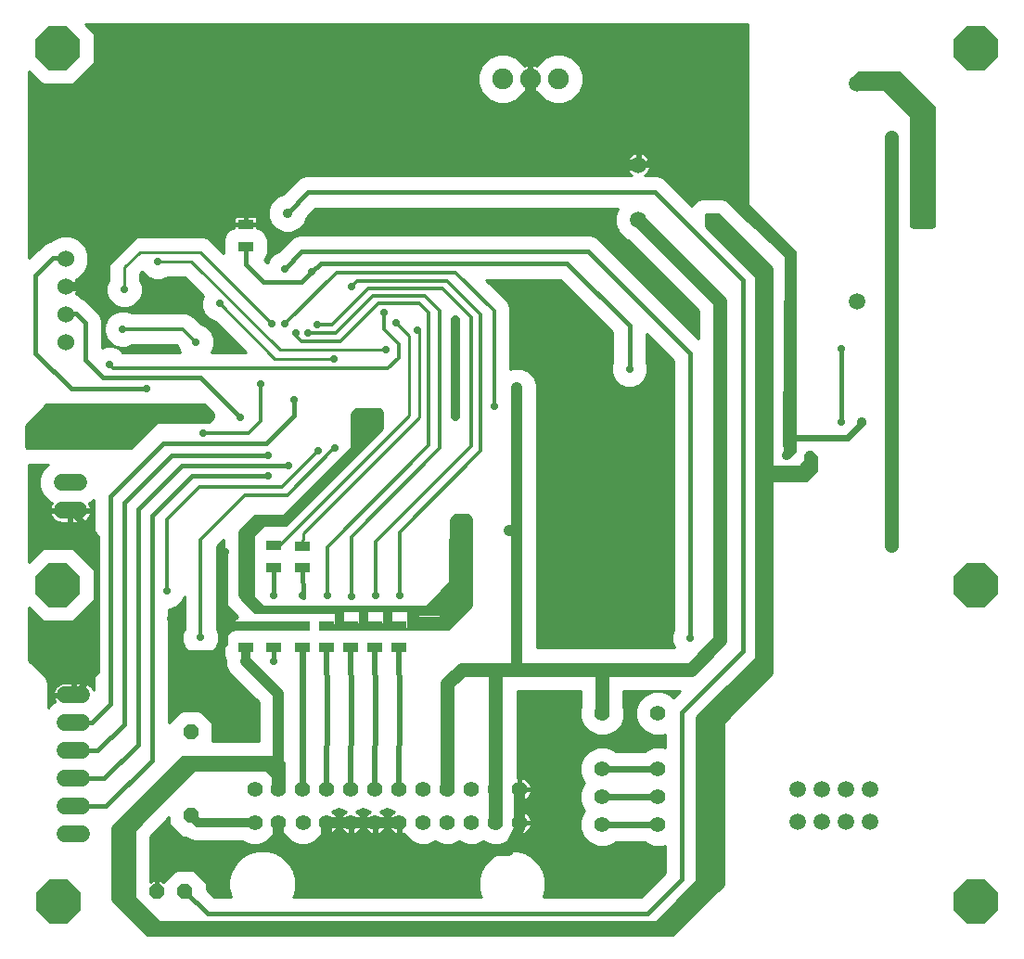
<source format=gbl>
G75*
G70*
%OFA0B0*%
%FSLAX24Y24*%
%IPPOS*%
%LPD*%
%AMOC8*
5,1,8,0,0,1.08239X$1,22.5*
%
%ADD10C,0.0600*%
%ADD11OC8,0.0520*%
%ADD12C,0.0600*%
%ADD13R,0.0551X0.0320*%
%ADD14C,0.0594*%
%ADD15C,0.0554*%
%ADD16C,0.0748*%
%ADD17C,0.0394*%
%ADD18C,0.0240*%
%ADD19C,0.0320*%
%ADD20C,0.0357*%
%ADD21C,0.0100*%
%ADD22C,0.0160*%
%ADD23C,0.0278*%
%ADD24C,0.0197*%
%ADD25C,0.0500*%
%ADD26C,0.0120*%
%ADD27OC8,0.1581*%
%ADD28C,0.0396*%
%ADD29C,0.0236*%
D10*
X002117Y025543D03*
X002117Y026543D03*
X002117Y027543D03*
X002117Y028543D03*
D11*
X006616Y011539D03*
X006616Y008539D03*
X006406Y005801D03*
X005406Y005801D03*
D12*
X002709Y007868D02*
X002109Y007868D01*
X002109Y008868D02*
X002709Y008868D01*
X002709Y009868D02*
X002109Y009868D01*
X002109Y010868D02*
X002709Y010868D01*
X002709Y011868D02*
X002109Y011868D01*
X002109Y012868D02*
X002709Y012868D01*
X002593Y019498D02*
X001993Y019498D01*
X001993Y020498D02*
X002593Y020498D01*
D13*
X008585Y015351D03*
X008585Y015351D03*
X008585Y014564D03*
X008585Y014564D03*
X009599Y014564D03*
X009599Y014564D03*
X009599Y015351D03*
X009599Y015351D03*
X010643Y015351D03*
X010643Y015351D03*
X010643Y014564D03*
X010643Y014564D03*
X011511Y014564D03*
X011511Y014564D03*
X011511Y015351D03*
X011511Y015351D03*
X012371Y015351D03*
X012371Y015351D03*
X012371Y014564D03*
X012371Y014564D03*
X013242Y014564D03*
X013242Y014564D03*
X013242Y015351D03*
X013242Y015351D03*
X014104Y015351D03*
X014104Y015351D03*
X014104Y014564D03*
X014104Y014564D03*
X010641Y017436D03*
X010641Y017436D03*
X010641Y018223D03*
X010641Y018223D03*
X009596Y018236D03*
X009596Y018236D03*
X009596Y017449D03*
X009596Y017449D03*
X008582Y028992D03*
X008582Y028992D03*
X008582Y029780D03*
X008582Y029780D03*
D14*
X022693Y029945D03*
X022696Y031917D03*
X030560Y034854D03*
X030569Y027002D03*
X030170Y009485D03*
X029304Y009485D03*
X028438Y009485D03*
X028439Y008303D03*
X029305Y008303D03*
X030171Y008303D03*
X031037Y008303D03*
X031037Y009485D03*
D15*
X023402Y009209D03*
X023402Y010209D03*
X021402Y010209D03*
X021402Y009209D03*
X021402Y008209D03*
X023402Y008209D03*
X023402Y012209D03*
X021402Y012209D03*
X018439Y009467D03*
X017573Y009467D03*
X016707Y009467D03*
X015841Y009467D03*
X014975Y009467D03*
X014109Y009467D03*
X013242Y009467D03*
X012376Y009467D03*
X011510Y009467D03*
X010644Y009467D03*
X009778Y009467D03*
X008912Y009467D03*
X008912Y008285D03*
X009778Y008285D03*
X010645Y008285D03*
X011511Y008285D03*
X012377Y008285D03*
X013243Y008285D03*
X014109Y008285D03*
X014975Y008285D03*
X015841Y008285D03*
X016708Y008285D03*
X017574Y008285D03*
X018440Y008285D03*
D16*
X018828Y035012D03*
X017828Y035012D03*
X019828Y035012D03*
D17*
X018828Y035012D02*
X018828Y031917D01*
X022696Y031917D01*
X025330Y029876D02*
X025692Y029514D01*
X026007Y029199D01*
X027157Y028050D01*
X027157Y021041D01*
X027157Y014192D01*
X024973Y012008D01*
X024973Y006111D01*
X023413Y004551D01*
X005414Y004551D01*
X004037Y005928D01*
X004037Y008005D01*
X006445Y010413D01*
X009778Y010413D01*
X009778Y012896D01*
X008585Y014089D01*
X009778Y010413D02*
X009778Y009467D01*
X009778Y008285D02*
X009778Y007800D01*
X010290Y007289D01*
X011511Y007289D01*
X011511Y008285D01*
X012377Y008285D01*
X013243Y008285D01*
X014109Y008285D01*
X011511Y007289D02*
X018032Y007289D01*
X018440Y008090D01*
X018440Y008285D01*
X018440Y009073D01*
X018439Y009467D01*
X017573Y009467D02*
X017573Y011435D01*
X017573Y013726D02*
X017508Y013790D01*
X018339Y013790D02*
X018339Y018784D01*
X018054Y018784D01*
X018339Y018784D02*
X018339Y023904D01*
X021297Y013790D02*
X021402Y013685D01*
D18*
X019870Y014719D02*
X019870Y019801D01*
X016523Y018302D02*
X016409Y018417D01*
X016409Y016324D01*
X015676Y015592D01*
X014779Y015592D01*
X014700Y015512D01*
X014700Y015781D01*
X014650Y015831D01*
X015562Y015831D01*
X015626Y015766D01*
X015626Y015826D01*
X016214Y016414D01*
X016214Y017022D01*
X016224Y017032D01*
X016224Y016683D01*
X015407Y015866D01*
X015407Y015980D01*
X016000Y016573D01*
X016059Y016802D02*
X015208Y015950D01*
X014595Y015950D01*
X014520Y015876D01*
X014520Y015432D01*
X014560Y015392D01*
X015731Y015392D01*
X016523Y016185D01*
X016523Y018302D01*
X016059Y017029D02*
X016059Y016802D01*
X010643Y014564D02*
X010643Y012617D01*
X010644Y009467D01*
X009634Y010005D02*
X009440Y010199D01*
X009440Y010209D01*
X009270Y010380D01*
X006488Y010380D01*
X003922Y007814D01*
X003922Y005532D01*
X005106Y004348D01*
X005299Y004348D01*
X004026Y005621D01*
X004026Y005621D01*
X005287Y004360D01*
X023874Y004360D01*
X025632Y006118D01*
X025663Y006118D01*
X025530Y006251D01*
X025331Y006251D01*
X023682Y004603D01*
X023682Y004478D01*
X025409Y006205D01*
X025459Y006205D01*
X025356Y006309D01*
X025210Y006309D01*
X025201Y006318D01*
X025201Y011955D01*
X027360Y014114D01*
X027384Y014114D01*
X027390Y014108D01*
X027390Y013671D01*
X025630Y011911D01*
X025630Y006180D01*
X025447Y006363D01*
X025447Y006392D01*
X025477Y006422D01*
X025477Y012006D01*
X025374Y011903D01*
X025270Y011903D01*
X025339Y011834D01*
X025339Y006357D01*
X025482Y006500D01*
X025482Y011973D01*
X027378Y013869D01*
X027378Y028118D01*
X025462Y030034D01*
X025242Y030034D01*
X025205Y030071D01*
X025205Y030051D01*
X027303Y027953D01*
X027303Y020643D01*
X028713Y020643D01*
X029018Y020948D01*
X029018Y021397D01*
X028881Y021534D01*
X028831Y021534D01*
X028760Y021463D01*
X028760Y020977D01*
X028810Y020927D01*
X028810Y021268D01*
X028881Y021338D01*
X028881Y021019D01*
X028673Y020811D01*
X028673Y020977D01*
X028661Y020990D01*
X027618Y020990D01*
X027560Y020932D01*
X027560Y020757D01*
X027577Y020741D01*
X028511Y020741D01*
X028578Y020807D01*
X028503Y020807D01*
X028465Y020844D01*
X027747Y020844D01*
X027739Y020853D01*
X028016Y021473D02*
X027997Y022128D01*
X028069Y028662D01*
X024336Y032185D01*
X022696Y031917D01*
X025669Y029543D02*
X025692Y029543D01*
X025692Y029514D01*
X025988Y029219D02*
X026007Y029219D01*
X026007Y029199D01*
X026493Y030506D02*
X026529Y030506D01*
X028273Y028762D01*
X028273Y022131D01*
X028287Y022118D01*
X030224Y022118D01*
X030748Y022641D01*
X028256Y021651D02*
X028256Y028743D01*
X026493Y030506D01*
X026251Y030559D02*
X028194Y028616D01*
X028194Y021661D01*
X028112Y021579D01*
X028112Y021506D01*
X028256Y021651D01*
X027113Y014228D02*
X027113Y014192D01*
X027157Y014192D01*
X032678Y029765D02*
X032678Y033669D01*
X031585Y034762D01*
X031493Y034854D01*
X030560Y034854D01*
X007862Y017993D02*
X007838Y017993D01*
X007838Y015352D01*
X007838Y014705D01*
X007509Y014375D01*
X006283Y014375D01*
X005911Y014747D01*
X005911Y015617D01*
X003240Y013698D02*
X002409Y012868D01*
X003240Y013698D02*
X003240Y018551D01*
X002293Y019498D01*
X000862Y021940D02*
X000867Y021945D01*
X004416Y021945D01*
X004591Y022119D01*
X004678Y022119D01*
X004665Y022106D01*
X000991Y022106D01*
X000862Y022140D02*
X000862Y021940D01*
X000862Y022140D02*
X000804Y022198D01*
X001050Y022319D02*
X000862Y022508D01*
X000862Y022515D01*
X001517Y023171D01*
X007048Y023171D01*
X007215Y023003D01*
X001576Y023003D01*
X001090Y022518D01*
X005078Y022518D01*
X005320Y022760D01*
X001428Y022760D01*
X001344Y022676D01*
X004968Y022676D01*
X005014Y022722D01*
X004934Y022319D02*
X001050Y022319D01*
X006613Y010278D02*
X009465Y010278D01*
X009634Y010109D01*
X009634Y010005D01*
X006613Y010278D02*
X004479Y008144D01*
X004479Y005686D01*
X004458Y005666D01*
X004458Y008061D01*
X004446Y008074D01*
X004396Y008074D01*
X004280Y007957D01*
X004280Y005601D01*
X004368Y005513D01*
D19*
X006869Y008285D02*
X006616Y008539D01*
X006869Y008285D02*
X008912Y008285D01*
X008585Y014089D02*
X008585Y014564D01*
X008585Y015351D02*
X007838Y015351D01*
X007838Y015352D01*
X008585Y015351D02*
X009599Y015351D01*
X010643Y015351D01*
X007299Y022891D02*
X001389Y022891D01*
X000878Y022380D01*
X002117Y027543D02*
X002730Y027543D01*
X007103Y031917D01*
X008428Y031917D01*
X009333Y031917D01*
X022696Y031917D01*
X016130Y026331D02*
X016130Y022870D01*
D20*
X018329Y023915D03*
X019853Y020955D03*
X019861Y020395D03*
X019870Y019801D03*
X018051Y018787D03*
X016265Y018612D03*
X016258Y018996D03*
X019383Y015389D03*
X019870Y015389D03*
X019870Y014719D03*
X019383Y014719D03*
X013360Y022865D03*
X012981Y022868D03*
X012599Y022868D03*
X007299Y022891D03*
X006926Y022891D03*
X006548Y022874D03*
X001276Y022380D03*
X000878Y022380D03*
X000878Y021965D03*
X001276Y021965D03*
X006248Y029795D03*
X006246Y030396D03*
X005568Y030396D03*
X005567Y029802D03*
X004919Y029802D03*
X004922Y030396D03*
X010088Y030187D03*
X017228Y032651D03*
X017228Y033198D03*
X017941Y033198D03*
X017952Y032661D03*
X018593Y032661D03*
X018603Y033209D03*
X025330Y029876D03*
X025669Y029543D03*
X025988Y029219D03*
X032678Y029765D03*
X033091Y029774D03*
X030733Y022670D03*
X028877Y021465D03*
X028016Y021473D03*
D21*
X005046Y004247D02*
X003799Y005493D01*
X003799Y008098D01*
X006342Y010641D01*
X009755Y010641D01*
X009971Y010424D01*
X009971Y009432D01*
X009834Y009294D01*
X009660Y009294D01*
X009547Y009408D01*
X009547Y009952D01*
X009314Y010185D01*
X006742Y010185D01*
X004581Y008024D01*
X004581Y005543D01*
X005399Y004725D01*
X005156Y004725D01*
X004368Y005513D01*
X005153Y006128D02*
X005153Y007786D01*
X005833Y008466D01*
X005833Y008215D01*
X006291Y007756D01*
X006433Y007756D01*
X006482Y007707D01*
X006733Y007603D01*
X008470Y007603D01*
X008753Y007486D01*
X009071Y007486D01*
X009365Y007607D01*
X009590Y007832D01*
X009614Y007890D01*
X009614Y007889D01*
X009678Y007869D01*
X009740Y007859D01*
X009740Y008247D01*
X009817Y008247D01*
X009817Y007859D01*
X009878Y007869D01*
X009942Y007889D01*
X009943Y007890D01*
X009967Y007832D01*
X010192Y007607D01*
X010486Y007486D01*
X010804Y007486D01*
X011098Y007607D01*
X011322Y007832D01*
X011346Y007890D01*
X011347Y007889D01*
X011411Y007869D01*
X011472Y007859D01*
X011472Y008247D01*
X011549Y008247D01*
X011549Y007859D01*
X011611Y007869D01*
X011675Y007889D01*
X011735Y007920D01*
X011789Y007959D01*
X011837Y008007D01*
X011876Y008061D01*
X011907Y008121D01*
X011927Y008185D01*
X011937Y008247D01*
X011549Y008247D01*
X011549Y008324D01*
X011937Y008324D01*
X011927Y008385D01*
X011907Y008449D01*
X011876Y008509D01*
X011837Y008564D01*
X011789Y008611D01*
X011735Y008651D01*
X011687Y008675D01*
X011943Y008781D01*
X012200Y008674D01*
X012153Y008651D01*
X012099Y008611D01*
X012051Y008564D01*
X012012Y008509D01*
X011981Y008449D01*
X011960Y008385D01*
X011950Y008324D01*
X012338Y008324D01*
X012338Y008247D01*
X011950Y008247D01*
X011960Y008185D01*
X011981Y008121D01*
X012012Y008061D01*
X012051Y008007D01*
X012099Y007959D01*
X012153Y007920D01*
X012213Y007889D01*
X012277Y007869D01*
X012338Y007859D01*
X012338Y008247D01*
X012415Y008247D01*
X012415Y007859D01*
X012477Y007869D01*
X012541Y007889D01*
X012601Y007920D01*
X012655Y007959D01*
X012703Y008007D01*
X012742Y008061D01*
X012773Y008121D01*
X012794Y008185D01*
X012803Y008247D01*
X012415Y008247D01*
X012415Y008324D01*
X012803Y008324D01*
X012794Y008385D01*
X012773Y008449D01*
X012742Y008509D01*
X012703Y008564D01*
X012655Y008611D01*
X012601Y008651D01*
X012554Y008675D01*
X012809Y008781D01*
X013066Y008674D01*
X013019Y008651D01*
X012965Y008611D01*
X012917Y008564D01*
X012878Y008509D01*
X012847Y008449D01*
X012826Y008385D01*
X012817Y008324D01*
X013204Y008324D01*
X013204Y008247D01*
X012817Y008247D01*
X012826Y008185D01*
X012847Y008121D01*
X012878Y008061D01*
X012917Y008007D01*
X012965Y007959D01*
X013019Y007920D01*
X013079Y007889D01*
X013143Y007869D01*
X013204Y007859D01*
X013204Y008247D01*
X013282Y008247D01*
X013282Y008324D01*
X013669Y008324D01*
X013660Y008385D01*
X013639Y008449D01*
X013608Y008509D01*
X013569Y008564D01*
X013521Y008611D01*
X013467Y008651D01*
X013420Y008675D01*
X013676Y008781D01*
X013932Y008674D01*
X013885Y008651D01*
X013831Y008611D01*
X013783Y008564D01*
X013744Y008509D01*
X013713Y008449D01*
X013693Y008385D01*
X013683Y008324D01*
X014071Y008324D01*
X014071Y008247D01*
X014148Y008247D01*
X014148Y007859D01*
X014209Y007869D01*
X014273Y007889D01*
X014274Y007890D01*
X014297Y007832D01*
X014522Y007607D01*
X014816Y007486D01*
X015134Y007486D01*
X015408Y007599D01*
X015682Y007486D01*
X016000Y007486D01*
X016275Y007599D01*
X016549Y007486D01*
X016867Y007486D01*
X017141Y007599D01*
X017415Y007486D01*
X017733Y007486D01*
X018027Y007607D01*
X018252Y007832D01*
X018275Y007890D01*
X018276Y007889D01*
X018340Y007869D01*
X018401Y007859D01*
X018401Y008247D01*
X018478Y008247D01*
X018478Y007859D01*
X018540Y007869D01*
X018604Y007889D01*
X018664Y007920D01*
X018718Y007959D01*
X018766Y008007D01*
X018805Y008061D01*
X018836Y008121D01*
X018857Y008185D01*
X018866Y008247D01*
X018478Y008247D01*
X018478Y008324D01*
X018401Y008324D01*
X018401Y008712D01*
X018346Y008703D01*
X018346Y009049D01*
X018401Y009040D01*
X018401Y009428D01*
X018478Y009428D01*
X018478Y009505D01*
X018866Y009505D01*
X018856Y009567D01*
X018835Y009631D01*
X018805Y009691D01*
X018765Y009745D01*
X018718Y009792D01*
X018663Y009832D01*
X018603Y009863D01*
X018539Y009883D01*
X018478Y009893D01*
X018478Y009505D01*
X018401Y009505D01*
X018401Y009893D01*
X018346Y009884D01*
X018346Y011438D01*
X018346Y013018D01*
X020630Y013018D01*
X020630Y012433D01*
X020603Y012368D01*
X020603Y012050D01*
X020725Y011756D01*
X020949Y011531D01*
X021243Y011409D01*
X021561Y011409D01*
X021855Y011531D01*
X022080Y011756D01*
X022202Y012050D01*
X022202Y012368D01*
X022175Y012433D01*
X022175Y013018D01*
X024193Y013018D01*
X023959Y012783D01*
X023855Y012887D01*
X023561Y013008D01*
X023243Y013008D01*
X022949Y012887D01*
X022725Y012662D01*
X022603Y012368D01*
X022603Y012050D01*
X022725Y011756D01*
X022949Y011531D01*
X023243Y011409D01*
X023561Y011409D01*
X023671Y011455D01*
X023671Y010963D01*
X023561Y011008D01*
X023243Y011008D01*
X022949Y010887D01*
X022912Y010849D01*
X021893Y010849D01*
X021855Y010887D01*
X021561Y011008D01*
X021243Y011008D01*
X020949Y010887D01*
X020725Y010662D01*
X020603Y010368D01*
X020603Y010050D01*
X020725Y009756D01*
X020772Y009709D01*
X020725Y009662D01*
X020603Y009368D01*
X020603Y009050D01*
X020725Y008756D01*
X020772Y008709D01*
X020725Y008662D01*
X020603Y008368D01*
X020603Y008050D01*
X020725Y007756D01*
X020949Y007531D01*
X021243Y007409D01*
X021561Y007409D01*
X021855Y007531D01*
X021893Y007568D01*
X022912Y007568D01*
X022949Y007531D01*
X023243Y007409D01*
X023561Y007409D01*
X023671Y007455D01*
X023671Y006485D01*
X022784Y005597D01*
X019284Y005597D01*
X019293Y005613D01*
X019376Y005921D01*
X019376Y006240D01*
X019293Y006548D01*
X019134Y006824D01*
X018908Y007050D01*
X018632Y007209D01*
X018324Y007292D01*
X018005Y007292D01*
X017697Y007209D01*
X017420Y007050D01*
X017195Y006824D01*
X017035Y006548D01*
X016953Y006240D01*
X016953Y005921D01*
X017035Y005613D01*
X017045Y005597D01*
X010308Y005597D01*
X010317Y005613D01*
X010399Y005921D01*
X010399Y006240D01*
X010317Y006548D01*
X010157Y006824D01*
X009932Y007050D01*
X009655Y007209D01*
X009347Y007292D01*
X009028Y007292D01*
X008720Y007209D01*
X008444Y007050D01*
X008219Y006824D01*
X008059Y006548D01*
X007976Y006240D01*
X007976Y005921D01*
X008059Y005613D01*
X008068Y005597D01*
X007462Y005597D01*
X007188Y005871D01*
X007188Y006125D01*
X006730Y006583D01*
X006082Y006583D01*
X005643Y006144D01*
X005576Y006211D01*
X005436Y006211D01*
X005436Y005831D01*
X005376Y005831D01*
X005376Y006211D01*
X005236Y006211D01*
X005153Y006128D01*
X005153Y006161D02*
X005186Y006161D01*
X005153Y006259D02*
X005758Y006259D01*
X005856Y006358D02*
X005153Y006358D01*
X005153Y006456D02*
X005955Y006456D01*
X006053Y006555D02*
X005153Y006555D01*
X005153Y006653D02*
X008120Y006653D01*
X008176Y006752D02*
X005153Y006752D01*
X005153Y006850D02*
X008244Y006850D01*
X008343Y006949D02*
X005153Y006949D01*
X005153Y007047D02*
X008441Y007047D01*
X008610Y007146D02*
X005153Y007146D01*
X005153Y007244D02*
X008850Y007244D01*
X008623Y007540D02*
X005153Y007540D01*
X005153Y007638D02*
X006648Y007638D01*
X006453Y007737D02*
X005153Y007737D01*
X005202Y007835D02*
X006213Y007835D01*
X006114Y007934D02*
X005300Y007934D01*
X005399Y008032D02*
X006016Y008032D01*
X005917Y008131D02*
X005497Y008131D01*
X005596Y008229D02*
X005833Y008229D01*
X005833Y008328D02*
X005694Y008328D01*
X005793Y008426D02*
X005833Y008426D01*
X005153Y007441D02*
X021166Y007441D01*
X020941Y007540D02*
X017863Y007540D01*
X018057Y007638D02*
X020842Y007638D01*
X020744Y007737D02*
X018156Y007737D01*
X018253Y007835D02*
X020692Y007835D01*
X020651Y007934D02*
X018682Y007934D01*
X018784Y008032D02*
X020610Y008032D01*
X020603Y008131D02*
X018839Y008131D01*
X018863Y008229D02*
X020603Y008229D01*
X020603Y008328D02*
X018866Y008328D01*
X018866Y008324D02*
X018857Y008385D01*
X018836Y008449D01*
X018805Y008509D01*
X018766Y008564D01*
X018718Y008611D01*
X018664Y008651D01*
X018604Y008681D01*
X018540Y008702D01*
X018478Y008712D01*
X018478Y008324D01*
X018866Y008324D01*
X018843Y008426D02*
X020627Y008426D01*
X020668Y008525D02*
X018794Y008525D01*
X018702Y008623D02*
X020709Y008623D01*
X020759Y008722D02*
X018346Y008722D01*
X018346Y008820D02*
X020698Y008820D01*
X020657Y008919D02*
X018346Y008919D01*
X018346Y009017D02*
X020616Y009017D01*
X020603Y009116D02*
X018683Y009116D01*
X018663Y009101D02*
X018718Y009141D01*
X018765Y009188D01*
X018805Y009243D01*
X018835Y009303D01*
X018856Y009367D01*
X018866Y009428D01*
X018478Y009428D01*
X018478Y009040D01*
X018539Y009050D01*
X018603Y009071D01*
X018663Y009101D01*
X018784Y009214D02*
X020603Y009214D01*
X020603Y009313D02*
X018838Y009313D01*
X018863Y009411D02*
X020621Y009411D01*
X020662Y009510D02*
X018865Y009510D01*
X018843Y009608D02*
X020702Y009608D01*
X020769Y009707D02*
X018793Y009707D01*
X018700Y009805D02*
X020704Y009805D01*
X020663Y009904D02*
X018346Y009904D01*
X018346Y010002D02*
X020622Y010002D01*
X020603Y010101D02*
X018346Y010101D01*
X018346Y010199D02*
X020603Y010199D01*
X020603Y010298D02*
X018346Y010298D01*
X018346Y010396D02*
X020614Y010396D01*
X020655Y010495D02*
X018346Y010495D01*
X018346Y010593D02*
X020696Y010593D01*
X020754Y010692D02*
X018346Y010692D01*
X018346Y010790D02*
X020853Y010790D01*
X020954Y010889D02*
X018346Y010889D01*
X018346Y010987D02*
X021192Y010987D01*
X021613Y010987D02*
X023192Y010987D01*
X022954Y010889D02*
X021851Y010889D01*
X021732Y011480D02*
X023073Y011480D01*
X022902Y011578D02*
X021903Y011578D01*
X022001Y011677D02*
X022804Y011677D01*
X022717Y011775D02*
X022088Y011775D01*
X022129Y011874D02*
X022676Y011874D01*
X022635Y011972D02*
X022170Y011972D01*
X022202Y012071D02*
X022603Y012071D01*
X022603Y012169D02*
X022202Y012169D01*
X022202Y012268D02*
X022603Y012268D01*
X022603Y012366D02*
X022202Y012366D01*
X022175Y012465D02*
X022643Y012465D01*
X022684Y012563D02*
X022175Y012563D01*
X022175Y012662D02*
X022724Y012662D01*
X022823Y012760D02*
X022175Y012760D01*
X022175Y012859D02*
X022921Y012859D01*
X023120Y012957D02*
X022175Y012957D01*
X020630Y012957D02*
X018346Y012957D01*
X018346Y012859D02*
X020630Y012859D01*
X020630Y012760D02*
X018346Y012760D01*
X018346Y012662D02*
X020630Y012662D01*
X020630Y012563D02*
X018346Y012563D01*
X018346Y012465D02*
X020630Y012465D01*
X020603Y012366D02*
X018346Y012366D01*
X018346Y012268D02*
X020603Y012268D01*
X020603Y012169D02*
X018346Y012169D01*
X018346Y012071D02*
X020603Y012071D01*
X020635Y011972D02*
X018346Y011972D01*
X018346Y011874D02*
X020676Y011874D01*
X020717Y011775D02*
X018346Y011775D01*
X018346Y011677D02*
X020804Y011677D01*
X020902Y011578D02*
X018346Y011578D01*
X018346Y011480D02*
X021073Y011480D01*
X023613Y010987D02*
X023671Y010987D01*
X023671Y011086D02*
X018346Y011086D01*
X018346Y011184D02*
X023671Y011184D01*
X023671Y011283D02*
X018346Y011283D01*
X018346Y011381D02*
X023671Y011381D01*
X023883Y012859D02*
X024034Y012859D01*
X024133Y012957D02*
X023685Y012957D01*
X023986Y014563D02*
X019059Y014563D01*
X019059Y024047D01*
X018949Y024312D01*
X018747Y024514D01*
X018482Y024624D01*
X018196Y024624D01*
X018110Y024588D01*
X018110Y026780D01*
X018021Y026994D01*
X017230Y027786D01*
X019895Y027786D01*
X021776Y025904D01*
X021776Y024846D01*
X021717Y024703D01*
X021717Y024440D01*
X021818Y024197D01*
X022004Y024011D01*
X022247Y023910D01*
X022510Y023910D01*
X022753Y024011D01*
X022939Y024197D01*
X023040Y024440D01*
X023040Y024703D01*
X022981Y024846D01*
X022981Y025855D01*
X023950Y024886D01*
X023950Y015198D01*
X023891Y015055D01*
X023891Y014792D01*
X023986Y014563D01*
X023958Y014632D02*
X019059Y014632D01*
X019059Y014730D02*
X023917Y014730D01*
X023891Y014829D02*
X019059Y014829D01*
X019059Y014927D02*
X023891Y014927D01*
X023891Y015026D02*
X019059Y015026D01*
X019059Y015124D02*
X023919Y015124D01*
X023950Y015223D02*
X019059Y015223D01*
X019059Y015321D02*
X023950Y015321D01*
X023950Y015420D02*
X019059Y015420D01*
X019059Y015518D02*
X023950Y015518D01*
X023950Y015617D02*
X019059Y015617D01*
X019059Y015715D02*
X023950Y015715D01*
X023950Y015814D02*
X019059Y015814D01*
X019059Y015912D02*
X023950Y015912D01*
X023950Y016011D02*
X019059Y016011D01*
X019059Y016109D02*
X023950Y016109D01*
X023950Y016208D02*
X019059Y016208D01*
X019059Y016306D02*
X023950Y016306D01*
X023950Y016405D02*
X019059Y016405D01*
X019059Y016503D02*
X023950Y016503D01*
X023950Y016602D02*
X019059Y016602D01*
X019059Y016700D02*
X023950Y016700D01*
X023950Y016799D02*
X019059Y016799D01*
X019059Y016897D02*
X023950Y016897D01*
X023950Y016996D02*
X019059Y016996D01*
X019059Y017094D02*
X023950Y017094D01*
X023950Y017193D02*
X019059Y017193D01*
X019059Y017291D02*
X023950Y017291D01*
X023950Y017390D02*
X019059Y017390D01*
X019059Y017488D02*
X023950Y017488D01*
X023950Y017587D02*
X019059Y017587D01*
X019059Y017685D02*
X023950Y017685D01*
X023950Y017784D02*
X019059Y017784D01*
X019059Y017882D02*
X023950Y017882D01*
X023950Y017981D02*
X019059Y017981D01*
X019059Y018079D02*
X023950Y018079D01*
X023950Y018178D02*
X019059Y018178D01*
X019059Y018276D02*
X023950Y018276D01*
X023950Y018375D02*
X019059Y018375D01*
X019059Y018473D02*
X023950Y018473D01*
X023950Y018572D02*
X019059Y018572D01*
X019059Y018670D02*
X023950Y018670D01*
X023950Y018769D02*
X019059Y018769D01*
X019059Y018867D02*
X023950Y018867D01*
X023950Y018966D02*
X019059Y018966D01*
X019059Y019064D02*
X023950Y019064D01*
X023950Y019163D02*
X019059Y019163D01*
X019059Y019261D02*
X023950Y019261D01*
X023950Y019360D02*
X019059Y019360D01*
X019059Y019458D02*
X023950Y019458D01*
X023950Y019557D02*
X019059Y019557D01*
X019059Y019655D02*
X023950Y019655D01*
X023950Y019754D02*
X019059Y019754D01*
X019059Y019852D02*
X023950Y019852D01*
X023950Y019951D02*
X019059Y019951D01*
X019059Y020049D02*
X023950Y020049D01*
X023950Y020148D02*
X019059Y020148D01*
X019059Y020246D02*
X023950Y020246D01*
X023950Y020345D02*
X019059Y020345D01*
X019059Y020443D02*
X023950Y020443D01*
X023950Y020542D02*
X019059Y020542D01*
X019059Y020640D02*
X023950Y020640D01*
X023950Y020739D02*
X019059Y020739D01*
X019059Y020837D02*
X023950Y020837D01*
X023950Y020936D02*
X019059Y020936D01*
X019059Y021034D02*
X023950Y021034D01*
X023950Y021133D02*
X019059Y021133D01*
X019059Y021231D02*
X023950Y021231D01*
X023950Y021330D02*
X019059Y021330D01*
X019059Y021428D02*
X023950Y021428D01*
X023950Y021527D02*
X019059Y021527D01*
X019059Y021625D02*
X023950Y021625D01*
X023950Y021724D02*
X019059Y021724D01*
X019059Y021822D02*
X023950Y021822D01*
X023950Y021921D02*
X019059Y021921D01*
X019059Y022019D02*
X023950Y022019D01*
X023950Y022118D02*
X019059Y022118D01*
X019059Y022216D02*
X023950Y022216D01*
X023950Y022315D02*
X019059Y022315D01*
X019059Y022413D02*
X023950Y022413D01*
X023950Y022512D02*
X019059Y022512D01*
X019059Y022610D02*
X023950Y022610D01*
X023950Y022709D02*
X019059Y022709D01*
X019059Y022807D02*
X023950Y022807D01*
X023950Y022906D02*
X019059Y022906D01*
X019059Y023004D02*
X023950Y023004D01*
X023950Y023103D02*
X019059Y023103D01*
X019059Y023201D02*
X023950Y023201D01*
X023950Y023300D02*
X019059Y023300D01*
X019059Y023398D02*
X023950Y023398D01*
X023950Y023497D02*
X019059Y023497D01*
X019059Y023595D02*
X023950Y023595D01*
X023950Y023694D02*
X019059Y023694D01*
X019059Y023792D02*
X023950Y023792D01*
X023950Y023891D02*
X019059Y023891D01*
X019059Y023989D02*
X022056Y023989D01*
X021927Y024088D02*
X019042Y024088D01*
X019001Y024186D02*
X021828Y024186D01*
X021781Y024285D02*
X018960Y024285D01*
X018878Y024383D02*
X021741Y024383D01*
X021717Y024482D02*
X018779Y024482D01*
X018588Y024580D02*
X021717Y024580D01*
X021717Y024679D02*
X018110Y024679D01*
X018110Y024777D02*
X021748Y024777D01*
X021776Y024876D02*
X018110Y024876D01*
X018110Y024974D02*
X021776Y024974D01*
X021776Y025073D02*
X018110Y025073D01*
X018110Y025171D02*
X021776Y025171D01*
X021776Y025270D02*
X018110Y025270D01*
X018110Y025368D02*
X021776Y025368D01*
X021776Y025467D02*
X018110Y025467D01*
X018110Y025565D02*
X021776Y025565D01*
X021776Y025664D02*
X018110Y025664D01*
X018110Y025762D02*
X021776Y025762D01*
X021776Y025861D02*
X018110Y025861D01*
X018110Y025959D02*
X021721Y025959D01*
X021623Y026058D02*
X018110Y026058D01*
X018110Y026156D02*
X021524Y026156D01*
X021426Y026255D02*
X018110Y026255D01*
X018110Y026353D02*
X021327Y026353D01*
X021229Y026452D02*
X018110Y026452D01*
X018110Y026550D02*
X021130Y026550D01*
X021032Y026649D02*
X018110Y026649D01*
X018110Y026747D02*
X020933Y026747D01*
X020835Y026846D02*
X018083Y026846D01*
X018042Y026944D02*
X020736Y026944D01*
X020638Y027043D02*
X017973Y027043D01*
X017874Y027141D02*
X020539Y027141D01*
X020441Y027240D02*
X017776Y027240D01*
X017677Y027338D02*
X020342Y027338D01*
X020244Y027437D02*
X017579Y027437D01*
X017480Y027535D02*
X020145Y027535D01*
X020047Y027634D02*
X017382Y027634D01*
X017283Y027732D02*
X019948Y027732D01*
X021009Y029402D02*
X010488Y029402D01*
X010267Y029310D01*
X010097Y029141D01*
X009768Y028812D01*
X009626Y028753D01*
X009439Y028567D01*
X009368Y028395D01*
X009264Y028500D01*
X009301Y028536D01*
X009380Y028728D01*
X009380Y029256D01*
X009301Y029448D01*
X009154Y029595D01*
X009008Y029656D01*
X009008Y029750D01*
X008612Y029750D01*
X008612Y029810D01*
X008552Y029810D01*
X008552Y030090D01*
X008287Y030090D01*
X008249Y030079D01*
X008214Y030060D01*
X008186Y030032D01*
X008167Y029998D01*
X000808Y029998D01*
X000808Y030096D02*
X009388Y030096D01*
X009388Y030048D02*
X009494Y029790D01*
X009691Y029593D01*
X009949Y029487D01*
X010228Y029487D01*
X010485Y029593D01*
X010683Y029790D01*
X010781Y030028D01*
X011087Y030334D01*
X021967Y030334D01*
X021874Y030108D01*
X021874Y029782D01*
X021998Y029481D01*
X022229Y029251D01*
X022342Y029204D01*
X024866Y026679D01*
X024866Y025674D01*
X021230Y029310D01*
X021009Y029402D01*
X021232Y029308D02*
X022171Y029308D01*
X022073Y029407D02*
X009318Y029407D01*
X009359Y029308D02*
X010264Y029308D01*
X010166Y029210D02*
X009380Y029210D01*
X009380Y029111D02*
X010067Y029111D01*
X009969Y029013D02*
X009380Y029013D01*
X009380Y028914D02*
X009870Y028914D01*
X009772Y028816D02*
X009380Y028816D01*
X009375Y028717D02*
X009590Y028717D01*
X009491Y028619D02*
X009335Y028619D01*
X009284Y028520D02*
X009420Y028520D01*
X009379Y028422D02*
X009342Y028422D01*
X008582Y028879D02*
X008582Y028992D01*
X008552Y029750D02*
X008156Y029750D01*
X008156Y029656D01*
X008011Y029595D01*
X007864Y029448D01*
X007784Y029256D01*
X007784Y028755D01*
X007272Y029267D01*
X007062Y029354D01*
X004668Y029354D01*
X004457Y029267D01*
X004296Y029106D01*
X003748Y028558D01*
X003661Y028347D01*
X003661Y027782D01*
X003572Y027567D01*
X003572Y027304D01*
X003672Y027061D01*
X003858Y026875D01*
X004102Y026774D01*
X004365Y026774D01*
X004608Y026875D01*
X004794Y027061D01*
X004895Y027304D01*
X004895Y027567D01*
X004806Y027782D01*
X004806Y027996D01*
X004878Y028069D01*
X005061Y027886D01*
X005304Y027786D01*
X005567Y027786D01*
X005782Y027875D01*
X006407Y027875D01*
X007061Y027221D01*
X006994Y027058D01*
X006994Y026795D01*
X007095Y026552D01*
X007281Y026366D01*
X007496Y026277D01*
X008582Y025190D01*
X007371Y025190D01*
X007467Y025423D01*
X007467Y025686D01*
X007367Y025929D01*
X007181Y026115D01*
X006990Y026194D01*
X006672Y026512D01*
X006458Y026601D01*
X004494Y026601D01*
X004304Y026680D01*
X004040Y026680D01*
X003797Y026579D01*
X003611Y026393D01*
X003511Y026150D01*
X003511Y025887D01*
X003611Y025644D01*
X003797Y025458D01*
X004040Y025357D01*
X004304Y025357D01*
X004494Y025436D01*
X006101Y025436D01*
X006166Y025371D01*
X006241Y025190D01*
X004173Y025190D01*
X004061Y025301D01*
X003818Y025402D01*
X003555Y025402D01*
X003429Y025350D01*
X003429Y026356D01*
X003337Y026578D01*
X003011Y026904D01*
X002841Y027073D01*
X002685Y027138D01*
X002582Y027240D01*
X002483Y027282D01*
X002501Y027307D01*
X002534Y027371D01*
X002556Y027438D01*
X002564Y027493D01*
X002167Y027493D01*
X002167Y027593D01*
X002564Y027593D01*
X002556Y027649D01*
X002534Y027716D01*
X002501Y027779D01*
X002483Y027805D01*
X002582Y027846D01*
X002814Y028077D01*
X002939Y028380D01*
X002939Y028707D01*
X002814Y029009D01*
X002582Y029240D01*
X002280Y029366D01*
X001953Y029366D01*
X001651Y029240D01*
X001575Y029165D01*
X001537Y029165D01*
X001316Y029073D01*
X001146Y028904D01*
X000808Y028565D01*
X000808Y035291D01*
X001297Y034801D01*
X002385Y034801D01*
X003154Y035570D01*
X003154Y036658D01*
X002820Y036992D01*
X026638Y036990D01*
X026638Y029894D01*
X025901Y030631D01*
X025690Y030719D01*
X025010Y030719D01*
X024800Y030631D01*
X024639Y030470D01*
X024629Y030446D01*
X023797Y031278D01*
X026638Y031278D01*
X026638Y031180D02*
X023896Y031180D01*
X023797Y031278D02*
X023628Y031447D01*
X023406Y031539D01*
X022937Y031539D01*
X022987Y031576D01*
X023037Y031626D01*
X023078Y031683D01*
X023110Y031745D01*
X023132Y031812D01*
X023141Y031868D01*
X022745Y031868D01*
X022745Y031965D01*
X023141Y031965D01*
X023132Y032021D01*
X023110Y032088D01*
X023078Y032151D01*
X023037Y032208D01*
X022987Y032258D01*
X022931Y032299D01*
X022868Y032331D01*
X022801Y032353D01*
X022745Y032361D01*
X022745Y031965D01*
X022648Y031965D01*
X022648Y031868D01*
X022252Y031868D01*
X022260Y031812D01*
X022282Y031745D01*
X022314Y031683D01*
X022355Y031626D01*
X022405Y031576D01*
X022456Y031539D01*
X010718Y031539D01*
X010496Y031447D01*
X009929Y030880D01*
X009691Y030782D01*
X009494Y030584D01*
X009388Y030327D01*
X009388Y030048D01*
X009408Y029998D02*
X008997Y029998D01*
X008978Y030032D01*
X008950Y030060D01*
X008916Y030079D01*
X008877Y030090D01*
X008612Y030090D01*
X008612Y029810D01*
X009008Y029810D01*
X009008Y029959D01*
X008997Y029998D01*
X009008Y029899D02*
X009449Y029899D01*
X009490Y029801D02*
X008612Y029801D01*
X008552Y029801D02*
X000808Y029801D01*
X000808Y029899D02*
X008156Y029899D01*
X008156Y029959D02*
X008156Y029810D01*
X008552Y029810D01*
X008552Y029750D01*
X008552Y029899D02*
X008612Y029899D01*
X008612Y029998D02*
X008552Y029998D01*
X008167Y029998D02*
X008156Y029959D01*
X008156Y029702D02*
X000808Y029702D01*
X000808Y029604D02*
X008031Y029604D01*
X007920Y029505D02*
X000808Y029505D01*
X000808Y029407D02*
X007846Y029407D01*
X007806Y029308D02*
X007173Y029308D01*
X007330Y029210D02*
X007784Y029210D01*
X007784Y029111D02*
X007428Y029111D01*
X007527Y029013D02*
X007784Y029013D01*
X007784Y028914D02*
X007625Y028914D01*
X007724Y028816D02*
X007784Y028816D01*
X006948Y028782D02*
X009531Y026199D01*
X009823Y025269D02*
X006644Y028447D01*
X005435Y028447D01*
X004919Y028028D02*
X004837Y028028D01*
X004806Y027929D02*
X005018Y027929D01*
X005195Y027831D02*
X004806Y027831D01*
X004826Y027732D02*
X006550Y027732D01*
X006648Y027634D02*
X004867Y027634D01*
X004895Y027535D02*
X006747Y027535D01*
X006845Y027437D02*
X004895Y027437D01*
X004895Y027338D02*
X006944Y027338D01*
X007042Y027240D02*
X004868Y027240D01*
X004827Y027141D02*
X007028Y027141D01*
X006994Y027043D02*
X004775Y027043D01*
X004677Y026944D02*
X006994Y026944D01*
X006994Y026846D02*
X004537Y026846D01*
X004379Y026649D02*
X007055Y026649D01*
X007014Y026747D02*
X003168Y026747D01*
X003266Y026649D02*
X003965Y026649D01*
X003930Y026846D02*
X003069Y026846D01*
X002971Y026944D02*
X003789Y026944D01*
X003691Y027043D02*
X002872Y027043D01*
X002682Y027141D02*
X003639Y027141D01*
X003598Y027240D02*
X002583Y027240D01*
X002517Y027338D02*
X003572Y027338D01*
X003572Y027437D02*
X002555Y027437D01*
X002558Y027634D02*
X003599Y027634D01*
X003572Y027535D02*
X002167Y027535D01*
X002525Y027732D02*
X003640Y027732D01*
X003661Y027831D02*
X002545Y027831D01*
X002666Y027929D02*
X003661Y027929D01*
X003661Y028028D02*
X002764Y028028D01*
X002834Y028126D02*
X003661Y028126D01*
X003661Y028225D02*
X002875Y028225D01*
X002916Y028323D02*
X003661Y028323D01*
X003691Y028422D02*
X002939Y028422D01*
X002939Y028520D02*
X003732Y028520D01*
X003809Y028619D02*
X002939Y028619D01*
X002935Y028717D02*
X003907Y028717D01*
X004006Y028816D02*
X002894Y028816D01*
X002853Y028914D02*
X004104Y028914D01*
X004203Y029013D02*
X002810Y029013D01*
X002712Y029111D02*
X004301Y029111D01*
X004400Y029210D02*
X002613Y029210D01*
X002419Y029308D02*
X004556Y029308D01*
X004781Y028782D02*
X006948Y028782D01*
X006451Y027831D02*
X005675Y027831D01*
X004781Y028782D02*
X004233Y028233D01*
X004233Y027436D01*
X003768Y026550D02*
X003348Y026550D01*
X003389Y026452D02*
X003670Y026452D01*
X003595Y026353D02*
X003429Y026353D01*
X003429Y026255D02*
X003554Y026255D01*
X003513Y026156D02*
X003429Y026156D01*
X003429Y026058D02*
X003511Y026058D01*
X003511Y025959D02*
X003429Y025959D01*
X003429Y025861D02*
X003521Y025861D01*
X003562Y025762D02*
X003429Y025762D01*
X003429Y025664D02*
X003603Y025664D01*
X003690Y025565D02*
X003429Y025565D01*
X003429Y025467D02*
X003788Y025467D01*
X003901Y025368D02*
X004013Y025368D01*
X004093Y025270D02*
X006208Y025270D01*
X006167Y025368D02*
X004331Y025368D01*
X003473Y025368D02*
X003429Y025368D01*
X001780Y023298D02*
X001431Y023298D01*
X000688Y022555D01*
X000688Y021774D01*
X000734Y021729D01*
X004449Y021729D01*
X004977Y022256D01*
X004960Y022240D02*
X000878Y022240D01*
X000763Y022355D01*
X000763Y022582D01*
X001475Y023295D01*
X007080Y023295D01*
X007416Y022959D01*
X007416Y022838D01*
X007255Y022676D01*
X005291Y022676D01*
X004934Y022319D01*
X004960Y022240D02*
X005417Y022697D01*
X007191Y022697D01*
X007320Y022826D01*
X007299Y022891D02*
X007299Y023003D01*
X007215Y023003D01*
X007404Y025270D02*
X008503Y025270D01*
X008404Y025368D02*
X007445Y025368D01*
X007467Y025467D02*
X008306Y025467D01*
X008207Y025565D02*
X007467Y025565D01*
X007467Y025664D02*
X008109Y025664D01*
X008010Y025762D02*
X007436Y025762D01*
X007395Y025861D02*
X007912Y025861D01*
X007813Y025959D02*
X007337Y025959D01*
X007238Y026058D02*
X007715Y026058D01*
X007616Y026156D02*
X007082Y026156D01*
X006930Y026255D02*
X007518Y026255D01*
X007312Y026353D02*
X006831Y026353D01*
X006733Y026452D02*
X007195Y026452D01*
X007096Y026550D02*
X006580Y026550D01*
X007655Y026927D02*
X009644Y024938D01*
X011778Y024938D01*
X013638Y025269D02*
X009823Y025269D01*
X012405Y022990D02*
X012547Y023132D01*
X013409Y023132D01*
X013488Y023052D01*
X013488Y022430D01*
X013090Y022032D01*
X012582Y022032D01*
X012464Y021914D01*
X012464Y022942D01*
X012568Y023045D01*
X013175Y023045D01*
X013175Y022856D01*
X013175Y022113D01*
X010043Y018981D01*
X009230Y018981D01*
X008859Y018611D01*
X008859Y016385D01*
X009204Y016040D01*
X011585Y016040D01*
X011780Y015846D01*
X008930Y015846D01*
X008423Y016352D01*
X008423Y018700D01*
X008956Y019233D01*
X009990Y019233D01*
X012734Y021976D01*
X012734Y022781D01*
X012863Y022910D01*
X012936Y022910D01*
X012904Y022879D01*
X012904Y022095D01*
X012787Y021978D01*
X012787Y021965D01*
X012802Y021980D01*
X012802Y022767D01*
X012827Y022792D01*
X012827Y022817D01*
X012844Y022800D01*
X012844Y022068D01*
X012881Y022105D01*
X013094Y022105D01*
X013088Y022111D01*
X013088Y022839D01*
X012851Y022602D01*
X012851Y022047D01*
X009967Y019163D01*
X008978Y019163D01*
X008482Y018668D01*
X008482Y018381D01*
X008534Y018433D01*
X008534Y018648D01*
X009008Y019122D01*
X009094Y019122D01*
X008617Y018644D01*
X008617Y018599D01*
X008494Y018477D01*
X008494Y016412D01*
X008903Y016003D01*
X009158Y016003D01*
X009158Y016025D01*
X009185Y016025D01*
X009158Y016003D02*
X008629Y016532D01*
X008566Y016532D01*
X008557Y016523D01*
X008345Y016523D01*
X008345Y016431D01*
X008754Y016023D01*
X008754Y016266D01*
X008552Y016468D01*
X008552Y016431D01*
X008939Y016045D01*
X009049Y016045D01*
X009054Y016049D01*
X009008Y016049D01*
X008792Y016266D01*
X008792Y018591D01*
X008790Y018593D01*
X008790Y016361D01*
X008745Y016316D01*
X008745Y016340D01*
X008607Y016479D01*
X008607Y018409D01*
X008703Y018506D01*
X008703Y016534D01*
X008721Y016517D01*
X008721Y016269D01*
X009074Y015916D01*
X014421Y015916D01*
X014461Y015876D01*
X014461Y015323D01*
X014436Y015298D01*
X014436Y015955D01*
X014441Y015960D01*
X014441Y015402D01*
X014545Y015298D01*
X015806Y015298D01*
X016653Y016145D01*
X016653Y018453D01*
X016383Y018723D01*
X016383Y017199D01*
X015943Y016759D01*
X015943Y018478D01*
X016179Y018714D01*
X016179Y017158D01*
X016184Y017153D01*
X016184Y018478D01*
X016109Y018553D01*
X016109Y017116D01*
X016055Y017062D01*
X016009Y017062D01*
X015997Y017050D01*
X015997Y018445D01*
X016063Y018511D01*
X016063Y017033D01*
X016059Y017029D01*
X016698Y016080D02*
X015866Y015248D01*
X011281Y015248D01*
X011281Y015326D01*
X012696Y015326D01*
X012696Y015309D01*
X012699Y015309D01*
X012699Y015960D01*
X012897Y015960D01*
X012897Y015946D01*
X012907Y015946D01*
X012907Y015385D01*
X012921Y015385D01*
X012921Y015980D01*
X013564Y015980D01*
X013564Y015316D01*
X013803Y015316D01*
X013803Y015330D01*
X013779Y015330D01*
X013779Y015939D01*
X013613Y015939D01*
X013613Y015921D01*
X013606Y015921D01*
X013606Y015385D01*
X013696Y015385D01*
X013696Y015409D01*
X013685Y015409D01*
X013685Y015901D01*
X012049Y015901D01*
X012049Y015364D01*
X011976Y015364D01*
X011976Y015942D01*
X011914Y015942D01*
X011914Y015368D01*
X011835Y015368D01*
X011835Y015942D01*
X008891Y015942D01*
X008353Y016481D01*
X008353Y018732D01*
X008943Y019322D01*
X009953Y019322D01*
X012656Y022025D01*
X012656Y022771D01*
X012866Y022981D01*
X013050Y022981D01*
X013175Y022856D01*
X013194Y022931D02*
X013194Y022966D01*
X013153Y023007D01*
X012782Y023007D01*
X012731Y022955D01*
X012731Y022952D01*
X012627Y022848D01*
X012627Y022868D01*
X012599Y022868D01*
X012627Y022848D02*
X012616Y022838D01*
X012616Y022084D01*
X012592Y022059D01*
X012592Y022056D01*
X012551Y022014D01*
X012551Y022876D01*
X012679Y023004D01*
X012592Y023004D01*
X012516Y022928D01*
X012516Y022869D01*
X012520Y022866D01*
X012520Y022025D01*
X012461Y021966D01*
X012461Y021824D01*
X012481Y021803D01*
X012471Y021751D02*
X012405Y021751D01*
X012405Y022990D01*
X013104Y022997D02*
X013128Y022997D01*
X013194Y022931D01*
X013232Y022955D02*
X013298Y022955D01*
X013326Y022983D01*
X013326Y022443D01*
X013319Y022437D01*
X013319Y022441D01*
X013358Y022480D01*
X013358Y022865D01*
X013360Y022865D01*
X013358Y022865D02*
X013358Y022982D01*
X013322Y023018D01*
X013125Y023018D01*
X013104Y022997D01*
X013175Y023045D02*
X013374Y023045D01*
X013423Y022997D01*
X013423Y022443D01*
X013250Y022270D01*
X013250Y022938D01*
X013232Y022955D01*
X014446Y022910D02*
X014446Y025777D01*
X013981Y026241D01*
X014774Y025971D02*
X014813Y025933D01*
X014813Y022834D01*
X010653Y018674D01*
X010641Y018223D01*
X009786Y018250D02*
X014446Y022910D01*
X011781Y021739D02*
X011777Y021735D01*
X011777Y021733D01*
X009786Y018250D02*
X009596Y018236D01*
X007780Y018276D02*
X007611Y018276D01*
X007546Y018211D02*
X007780Y018445D01*
X007780Y016655D01*
X007773Y016637D01*
X007773Y016318D01*
X007860Y016107D01*
X007937Y016030D01*
X007938Y016028D01*
X008099Y015867D01*
X008305Y015661D01*
X008289Y015661D01*
X008251Y015651D01*
X008217Y015631D01*
X008189Y015603D01*
X008169Y015569D01*
X008159Y015531D01*
X008159Y015381D01*
X008555Y015381D01*
X008555Y015321D01*
X008159Y015321D01*
X007546Y015321D01*
X007546Y015250D02*
X007546Y018211D01*
X007546Y018178D02*
X007780Y018178D01*
X007780Y018079D02*
X007546Y018079D01*
X007546Y017981D02*
X007780Y017981D01*
X007780Y017882D02*
X007546Y017882D01*
X007546Y017784D02*
X007780Y017784D01*
X007780Y017685D02*
X007546Y017685D01*
X007546Y017587D02*
X007780Y017587D01*
X007780Y017488D02*
X007546Y017488D01*
X007546Y017390D02*
X007780Y017390D01*
X007780Y017291D02*
X007546Y017291D01*
X007546Y017193D02*
X007780Y017193D01*
X007780Y017094D02*
X007546Y017094D01*
X007546Y016996D02*
X007780Y016996D01*
X007780Y016897D02*
X007546Y016897D01*
X007546Y016799D02*
X007780Y016799D01*
X007780Y016700D02*
X007546Y016700D01*
X007546Y016602D02*
X007773Y016602D01*
X007773Y016503D02*
X007546Y016503D01*
X007546Y016405D02*
X007773Y016405D01*
X007777Y016306D02*
X007546Y016306D01*
X007546Y016208D02*
X007818Y016208D01*
X007859Y016109D02*
X007546Y016109D01*
X007546Y016011D02*
X007955Y016011D01*
X008054Y015912D02*
X007546Y015912D01*
X007546Y015814D02*
X008152Y015814D01*
X008251Y015715D02*
X007546Y015715D01*
X007546Y015617D02*
X008202Y015617D01*
X008159Y015518D02*
X007546Y015518D01*
X007546Y015420D02*
X008159Y015420D01*
X008159Y015321D02*
X008159Y015227D01*
X008013Y015167D01*
X007866Y015020D01*
X007787Y014828D01*
X007787Y014300D01*
X007865Y014110D01*
X007865Y013946D01*
X007975Y013682D01*
X009059Y012598D01*
X009059Y011213D01*
X007396Y011213D01*
X007398Y011215D01*
X007398Y011863D01*
X006940Y012321D01*
X006291Y012321D01*
X005834Y011864D01*
X005834Y015932D01*
X005878Y015932D01*
X006121Y016033D01*
X006307Y016219D01*
X006381Y016398D01*
X006381Y015250D01*
X006302Y015059D01*
X006302Y014796D01*
X006403Y014553D01*
X006589Y014367D01*
X006832Y014266D01*
X007095Y014266D01*
X007338Y014367D01*
X007524Y014553D01*
X007625Y014796D01*
X007625Y015059D01*
X007546Y015250D01*
X007557Y015223D02*
X008148Y015223D01*
X007971Y015124D02*
X007598Y015124D01*
X007625Y015026D02*
X007872Y015026D01*
X007828Y014927D02*
X007625Y014927D01*
X007625Y014829D02*
X007787Y014829D01*
X007787Y014730D02*
X007597Y014730D01*
X007557Y014632D02*
X007787Y014632D01*
X007787Y014533D02*
X007504Y014533D01*
X007405Y014435D02*
X007787Y014435D01*
X007787Y014336D02*
X007263Y014336D01*
X007812Y014238D02*
X005834Y014238D01*
X005834Y014336D02*
X006664Y014336D01*
X006521Y014435D02*
X005834Y014435D01*
X005834Y014533D02*
X006423Y014533D01*
X006370Y014632D02*
X005834Y014632D01*
X005834Y014730D02*
X006329Y014730D01*
X006302Y014829D02*
X005834Y014829D01*
X005834Y014927D02*
X006302Y014927D01*
X006302Y015026D02*
X005834Y015026D01*
X005834Y015124D02*
X006329Y015124D01*
X006369Y015223D02*
X005834Y015223D01*
X005834Y015321D02*
X006381Y015321D01*
X006381Y015420D02*
X005834Y015420D01*
X005834Y015518D02*
X006381Y015518D01*
X006381Y015617D02*
X005834Y015617D01*
X005834Y015715D02*
X006381Y015715D01*
X006381Y015814D02*
X005834Y015814D01*
X005834Y015912D02*
X006381Y015912D01*
X006381Y016011D02*
X006067Y016011D01*
X006197Y016109D02*
X006381Y016109D01*
X006381Y016208D02*
X006295Y016208D01*
X006343Y016306D02*
X006381Y016306D01*
X007710Y018375D02*
X007780Y018375D01*
X004454Y021820D02*
X004794Y022160D01*
X004794Y022169D01*
X004765Y022198D01*
X000804Y022198D01*
X000754Y022273D02*
X000754Y021791D01*
X000783Y021820D01*
X000878Y021820D01*
X000878Y021965D01*
X000878Y021820D02*
X004454Y021820D01*
X003123Y019865D02*
X003123Y017398D01*
X002385Y018136D01*
X001297Y018136D01*
X000808Y017646D01*
X000808Y021156D01*
X001489Y021156D01*
X001296Y020964D01*
X001171Y020662D01*
X001171Y020334D01*
X001296Y020032D01*
X001527Y019801D01*
X001627Y019759D01*
X001608Y019734D01*
X001576Y019671D01*
X001554Y019603D01*
X001546Y019548D01*
X002243Y019548D01*
X002243Y019448D01*
X001546Y019448D01*
X001554Y019393D01*
X001576Y019325D01*
X001608Y019262D01*
X001650Y019205D01*
X001700Y019155D01*
X001758Y019113D01*
X001821Y019081D01*
X001888Y019059D01*
X001958Y019048D01*
X002243Y019048D01*
X002243Y019448D01*
X002343Y019448D01*
X002343Y019048D01*
X002629Y019048D01*
X002699Y019059D01*
X002766Y019081D01*
X002829Y019113D01*
X002887Y019155D01*
X002937Y019205D01*
X002978Y019262D01*
X003010Y019325D01*
X003032Y019393D01*
X003041Y019448D01*
X002343Y019448D01*
X002343Y019548D01*
X003041Y019548D01*
X003032Y019603D01*
X003010Y019671D01*
X002978Y019734D01*
X002960Y019759D01*
X003059Y019801D01*
X003123Y019865D01*
X003123Y019852D02*
X003111Y019852D01*
X003123Y019754D02*
X002964Y019754D01*
X003015Y019655D02*
X003123Y019655D01*
X003123Y019557D02*
X003040Y019557D01*
X003123Y019458D02*
X002343Y019458D01*
X002343Y019360D02*
X002243Y019360D01*
X002243Y019458D02*
X000808Y019458D01*
X000808Y019360D02*
X001565Y019360D01*
X001609Y019261D02*
X000808Y019261D01*
X000808Y019163D02*
X001692Y019163D01*
X001872Y019064D02*
X000808Y019064D01*
X000808Y018966D02*
X003123Y018966D01*
X003123Y019064D02*
X002714Y019064D01*
X002894Y019163D02*
X003123Y019163D01*
X003123Y019261D02*
X002977Y019261D01*
X003022Y019360D02*
X003123Y019360D01*
X003123Y018867D02*
X000808Y018867D01*
X000808Y018769D02*
X003123Y018769D01*
X003123Y018670D02*
X000808Y018670D01*
X000808Y018572D02*
X003123Y018572D01*
X003123Y018473D02*
X000808Y018473D01*
X000808Y018375D02*
X003123Y018375D01*
X003123Y018276D02*
X000808Y018276D01*
X000808Y018178D02*
X003123Y018178D01*
X003123Y018079D02*
X002442Y018079D01*
X002540Y017981D02*
X003123Y017981D01*
X003123Y017882D02*
X002639Y017882D01*
X002737Y017784D02*
X003123Y017784D01*
X003123Y017685D02*
X002836Y017685D01*
X002934Y017587D02*
X003123Y017587D01*
X003123Y017488D02*
X003033Y017488D01*
X003123Y016248D02*
X003123Y013047D01*
X003094Y013104D01*
X003053Y013161D01*
X003002Y013211D01*
X002945Y013253D01*
X002882Y013285D01*
X002815Y013307D01*
X002745Y013318D01*
X002459Y013318D01*
X002459Y012918D01*
X002359Y012918D01*
X002359Y012818D01*
X001662Y012818D01*
X001670Y012762D01*
X001692Y012695D01*
X001724Y012632D01*
X001743Y012606D01*
X001643Y012565D01*
X001501Y012423D01*
X001501Y013294D01*
X001416Y013501D01*
X000808Y014109D01*
X000808Y015999D01*
X001297Y015510D01*
X002385Y015510D01*
X003123Y016248D01*
X003123Y016208D02*
X003083Y016208D01*
X003123Y016109D02*
X002985Y016109D01*
X002886Y016011D02*
X003123Y016011D01*
X003123Y015912D02*
X002788Y015912D01*
X002689Y015814D02*
X003123Y015814D01*
X003123Y015715D02*
X002591Y015715D01*
X002492Y015617D02*
X003123Y015617D01*
X003123Y015518D02*
X002394Y015518D01*
X003123Y015420D02*
X000808Y015420D01*
X000808Y015518D02*
X001289Y015518D01*
X001190Y015617D02*
X000808Y015617D01*
X000808Y015715D02*
X001092Y015715D01*
X000993Y015814D02*
X000808Y015814D01*
X000808Y015912D02*
X000895Y015912D01*
X000808Y015321D02*
X003123Y015321D01*
X003123Y015223D02*
X000808Y015223D01*
X000808Y015124D02*
X003123Y015124D01*
X003123Y015026D02*
X000808Y015026D01*
X000808Y014927D02*
X003123Y014927D01*
X003123Y014829D02*
X000808Y014829D01*
X000808Y014730D02*
X003123Y014730D01*
X003123Y014632D02*
X000808Y014632D01*
X000808Y014533D02*
X003123Y014533D01*
X003123Y014435D02*
X000808Y014435D01*
X000808Y014336D02*
X003123Y014336D01*
X003123Y014238D02*
X000808Y014238D01*
X000808Y014139D02*
X003123Y014139D01*
X003123Y014041D02*
X000876Y014041D01*
X000974Y013942D02*
X003123Y013942D01*
X003123Y013844D02*
X001073Y013844D01*
X001171Y013745D02*
X003123Y013745D01*
X003123Y013647D02*
X001270Y013647D01*
X001368Y013548D02*
X003123Y013548D01*
X003123Y013450D02*
X001437Y013450D01*
X001478Y013351D02*
X003123Y013351D01*
X003123Y013253D02*
X002945Y013253D01*
X003058Y013154D02*
X003123Y013154D01*
X003119Y013056D02*
X003123Y013056D01*
X002459Y013056D02*
X002359Y013056D01*
X002359Y013154D02*
X002459Y013154D01*
X002459Y013253D02*
X002359Y013253D01*
X002359Y013318D02*
X002074Y013318D01*
X002004Y013307D01*
X001937Y013285D01*
X001873Y013253D01*
X001501Y013253D01*
X001501Y013154D02*
X001761Y013154D01*
X001766Y013161D02*
X001724Y013104D01*
X001692Y013041D01*
X001670Y012973D01*
X001662Y012918D01*
X002359Y012918D01*
X002359Y013318D01*
X002359Y012957D02*
X002459Y012957D01*
X002359Y012859D02*
X001501Y012859D01*
X001501Y012957D02*
X001668Y012957D01*
X001700Y013056D02*
X001501Y013056D01*
X001766Y013161D02*
X001816Y013211D01*
X001873Y013253D01*
X001671Y012760D02*
X001501Y012760D01*
X001501Y012662D02*
X001709Y012662D01*
X001641Y012563D02*
X001501Y012563D01*
X001501Y012465D02*
X001543Y012465D01*
X005834Y012465D02*
X009059Y012465D01*
X009059Y012563D02*
X005834Y012563D01*
X005834Y012662D02*
X008995Y012662D01*
X008897Y012760D02*
X005834Y012760D01*
X005834Y012859D02*
X008798Y012859D01*
X008700Y012957D02*
X005834Y012957D01*
X005834Y013056D02*
X008601Y013056D01*
X008503Y013154D02*
X005834Y013154D01*
X005834Y013253D02*
X008404Y013253D01*
X008306Y013351D02*
X005834Y013351D01*
X005834Y013450D02*
X008207Y013450D01*
X008109Y013548D02*
X005834Y013548D01*
X005834Y013647D02*
X008010Y013647D01*
X007949Y013745D02*
X005834Y013745D01*
X005834Y013844D02*
X007908Y013844D01*
X007867Y013942D02*
X005834Y013942D01*
X005834Y014041D02*
X007865Y014041D01*
X007853Y014139D02*
X005834Y014139D01*
X005834Y012366D02*
X009059Y012366D01*
X009059Y012268D02*
X006993Y012268D01*
X007092Y012169D02*
X009059Y012169D01*
X009059Y012071D02*
X007190Y012071D01*
X007289Y011972D02*
X009059Y011972D01*
X009059Y011874D02*
X007387Y011874D01*
X007398Y011775D02*
X009059Y011775D01*
X009059Y011677D02*
X007398Y011677D01*
X007398Y011578D02*
X009059Y011578D01*
X009059Y011480D02*
X007398Y011480D01*
X007398Y011381D02*
X009059Y011381D01*
X009059Y011283D02*
X007398Y011283D01*
X006238Y012268D02*
X005834Y012268D01*
X005834Y012169D02*
X006139Y012169D01*
X006041Y012071D02*
X005834Y012071D01*
X005834Y011972D02*
X005942Y011972D01*
X005844Y011874D02*
X005834Y011874D01*
X009740Y008229D02*
X009817Y008229D01*
X009817Y008131D02*
X009740Y008131D01*
X009740Y008032D02*
X009817Y008032D01*
X009817Y007934D02*
X009740Y007934D01*
X009591Y007835D02*
X009966Y007835D01*
X010063Y007737D02*
X009494Y007737D01*
X009396Y007638D02*
X010161Y007638D01*
X010355Y007540D02*
X009201Y007540D01*
X009526Y007244D02*
X017826Y007244D01*
X017586Y007146D02*
X009766Y007146D01*
X009935Y007047D02*
X017418Y007047D01*
X017319Y006949D02*
X010033Y006949D01*
X010132Y006850D02*
X017221Y006850D01*
X017153Y006752D02*
X010199Y006752D01*
X010256Y006653D02*
X017096Y006653D01*
X017039Y006555D02*
X010313Y006555D01*
X010341Y006456D02*
X017011Y006456D01*
X016984Y006358D02*
X010368Y006358D01*
X010394Y006259D02*
X016958Y006259D01*
X016953Y006161D02*
X010399Y006161D01*
X010399Y006062D02*
X016953Y006062D01*
X016953Y005964D02*
X010399Y005964D01*
X010384Y005865D02*
X016968Y005865D01*
X016994Y005767D02*
X010358Y005767D01*
X010332Y005668D02*
X017021Y005668D01*
X016997Y007540D02*
X017285Y007540D01*
X016418Y007540D02*
X016131Y007540D01*
X015552Y007540D02*
X015264Y007540D01*
X014686Y007540D02*
X010934Y007540D01*
X011128Y007638D02*
X014492Y007638D01*
X014393Y007737D02*
X011227Y007737D01*
X011324Y007835D02*
X014296Y007835D01*
X014148Y007934D02*
X014071Y007934D01*
X014071Y007859D02*
X014071Y008247D01*
X013683Y008247D01*
X013693Y008185D01*
X013713Y008121D01*
X013744Y008061D01*
X013783Y008007D01*
X013831Y007959D01*
X013885Y007920D01*
X013945Y007889D01*
X014009Y007869D01*
X014071Y007859D01*
X014071Y008032D02*
X014148Y008032D01*
X014148Y008131D02*
X014071Y008131D01*
X014071Y008229D02*
X014148Y008229D01*
X013867Y007934D02*
X013486Y007934D01*
X013467Y007920D02*
X013521Y007959D01*
X013569Y008007D01*
X013608Y008061D01*
X013639Y008121D01*
X013660Y008185D01*
X013669Y008247D01*
X013282Y008247D01*
X013282Y007859D01*
X013343Y007869D01*
X013407Y007889D01*
X013467Y007920D01*
X013587Y008032D02*
X013765Y008032D01*
X013710Y008131D02*
X013642Y008131D01*
X013667Y008229D02*
X013686Y008229D01*
X013683Y008328D02*
X013669Y008328D01*
X013646Y008426D02*
X013706Y008426D01*
X013755Y008525D02*
X013597Y008525D01*
X013505Y008623D02*
X013847Y008623D01*
X013818Y008722D02*
X013533Y008722D01*
X012981Y008623D02*
X012639Y008623D01*
X012667Y008722D02*
X012952Y008722D01*
X012889Y008525D02*
X012731Y008525D01*
X012780Y008426D02*
X012840Y008426D01*
X012817Y008328D02*
X012803Y008328D01*
X012800Y008229D02*
X012819Y008229D01*
X012844Y008131D02*
X012776Y008131D01*
X012721Y008032D02*
X012899Y008032D01*
X013000Y007934D02*
X012619Y007934D01*
X012415Y007934D02*
X012338Y007934D01*
X012338Y008032D02*
X012415Y008032D01*
X012415Y008131D02*
X012338Y008131D01*
X012338Y008229D02*
X012415Y008229D01*
X012134Y007934D02*
X011753Y007934D01*
X011855Y008032D02*
X012033Y008032D01*
X011978Y008131D02*
X011910Y008131D01*
X011934Y008229D02*
X011953Y008229D01*
X011951Y008328D02*
X011937Y008328D01*
X011914Y008426D02*
X011973Y008426D01*
X012023Y008525D02*
X011865Y008525D01*
X011773Y008623D02*
X012115Y008623D01*
X012086Y008722D02*
X011801Y008722D01*
X011549Y008229D02*
X011472Y008229D01*
X011472Y008131D02*
X011549Y008131D01*
X011549Y008032D02*
X011472Y008032D01*
X011472Y007934D02*
X011549Y007934D01*
X013204Y007934D02*
X013282Y007934D01*
X013282Y008032D02*
X013204Y008032D01*
X013204Y008131D02*
X013282Y008131D01*
X013282Y008229D02*
X013204Y008229D01*
X018401Y008229D02*
X018478Y008229D01*
X018478Y008131D02*
X018401Y008131D01*
X018401Y008032D02*
X018478Y008032D01*
X018478Y007934D02*
X018401Y007934D01*
X018401Y008328D02*
X018478Y008328D01*
X018478Y008426D02*
X018401Y008426D01*
X018401Y008525D02*
X018478Y008525D01*
X018478Y008623D02*
X018401Y008623D01*
X018401Y009116D02*
X018478Y009116D01*
X018478Y009214D02*
X018401Y009214D01*
X018401Y009313D02*
X018478Y009313D01*
X018478Y009411D02*
X018401Y009411D01*
X018401Y009510D02*
X018478Y009510D01*
X018478Y009608D02*
X018401Y009608D01*
X018401Y009707D02*
X018478Y009707D01*
X018478Y009805D02*
X018401Y009805D01*
X018503Y007244D02*
X023671Y007244D01*
X023671Y007146D02*
X018742Y007146D01*
X018911Y007047D02*
X023671Y007047D01*
X023671Y006949D02*
X019009Y006949D01*
X019108Y006850D02*
X023671Y006850D01*
X023671Y006752D02*
X019176Y006752D01*
X019233Y006653D02*
X023671Y006653D01*
X023671Y006555D02*
X019289Y006555D01*
X019318Y006456D02*
X023643Y006456D01*
X023544Y006358D02*
X019344Y006358D01*
X019371Y006259D02*
X023446Y006259D01*
X023347Y006161D02*
X019376Y006161D01*
X019376Y006062D02*
X023249Y006062D01*
X023150Y005964D02*
X019376Y005964D01*
X019361Y005865D02*
X023052Y005865D01*
X022953Y005767D02*
X019334Y005767D01*
X019308Y005668D02*
X022855Y005668D01*
X023935Y004247D02*
X005046Y004247D01*
X005376Y005865D02*
X005436Y005865D01*
X005436Y005964D02*
X005376Y005964D01*
X005376Y006062D02*
X005436Y006062D01*
X005436Y006161D02*
X005376Y006161D01*
X005626Y006161D02*
X005659Y006161D01*
X006759Y006555D02*
X008063Y006555D01*
X008034Y006456D02*
X006858Y006456D01*
X006956Y006358D02*
X008008Y006358D01*
X007982Y006259D02*
X007055Y006259D01*
X007153Y006161D02*
X007976Y006161D01*
X007976Y006062D02*
X007188Y006062D01*
X007188Y005964D02*
X007976Y005964D01*
X007991Y005865D02*
X007194Y005865D01*
X007292Y005767D02*
X008018Y005767D01*
X008044Y005668D02*
X007391Y005668D01*
X005153Y007343D02*
X023671Y007343D01*
X023671Y007441D02*
X023639Y007441D01*
X023166Y007441D02*
X021639Y007441D01*
X021864Y007540D02*
X022941Y007540D01*
X025745Y006057D02*
X023935Y004247D01*
X025745Y006057D02*
X025745Y011878D01*
X027509Y013642D01*
X027509Y028213D01*
X025576Y030146D01*
X025124Y030146D01*
X025124Y029790D01*
X027113Y027801D01*
X027113Y014228D01*
X025968Y013083D01*
X025890Y013083D01*
X026923Y014115D01*
X026923Y027909D01*
X025123Y029709D01*
X025123Y029846D01*
X024659Y030490D02*
X024585Y030490D01*
X024487Y030589D02*
X024757Y030589D01*
X024934Y030687D02*
X024388Y030687D01*
X024290Y030786D02*
X026638Y030786D01*
X026638Y030884D02*
X024191Y030884D01*
X024093Y030983D02*
X026638Y030983D01*
X026638Y031081D02*
X023994Y031081D01*
X023699Y031377D02*
X026638Y031377D01*
X026638Y031475D02*
X023561Y031475D01*
X023071Y031672D02*
X026638Y031672D01*
X026638Y031574D02*
X022984Y031574D01*
X023119Y031771D02*
X026638Y031771D01*
X026638Y031869D02*
X022745Y031869D01*
X022648Y031869D02*
X000808Y031869D01*
X000808Y031771D02*
X022274Y031771D01*
X022322Y031672D02*
X000808Y031672D01*
X000808Y031574D02*
X022408Y031574D01*
X022252Y031965D02*
X022648Y031965D01*
X022648Y032361D01*
X022592Y032353D01*
X022525Y032331D01*
X022462Y032299D01*
X022405Y032258D01*
X022355Y032208D01*
X022314Y032151D01*
X022282Y032088D01*
X022260Y032021D01*
X022252Y031965D01*
X022252Y031968D02*
X000808Y031968D01*
X000808Y032066D02*
X022275Y032066D01*
X022324Y032165D02*
X000808Y032165D01*
X000808Y032263D02*
X022413Y032263D01*
X022648Y032263D02*
X022745Y032263D01*
X022745Y032165D02*
X022648Y032165D01*
X022648Y032066D02*
X022745Y032066D01*
X022745Y031968D02*
X022648Y031968D01*
X022980Y032263D02*
X026638Y032263D01*
X026638Y032165D02*
X023069Y032165D01*
X023118Y032066D02*
X026638Y032066D01*
X026638Y031968D02*
X023141Y031968D01*
X021950Y030293D02*
X011046Y030293D01*
X010948Y030195D02*
X021909Y030195D01*
X021874Y030096D02*
X010849Y030096D01*
X010768Y029998D02*
X021874Y029998D01*
X021874Y029899D02*
X010728Y029899D01*
X010687Y029801D02*
X021874Y029801D01*
X021907Y029702D02*
X010594Y029702D01*
X010496Y029604D02*
X021948Y029604D01*
X021988Y029505D02*
X010273Y029505D01*
X009904Y029505D02*
X009244Y029505D01*
X009133Y029604D02*
X009681Y029604D01*
X009583Y029702D02*
X009008Y029702D01*
X009388Y030195D02*
X000808Y030195D01*
X000808Y030293D02*
X009388Y030293D01*
X009414Y030392D02*
X000808Y030392D01*
X000808Y030490D02*
X009455Y030490D01*
X009498Y030589D02*
X000808Y030589D01*
X000808Y030687D02*
X009597Y030687D01*
X009701Y030786D02*
X000808Y030786D01*
X000808Y030884D02*
X009933Y030884D01*
X010032Y030983D02*
X000808Y030983D01*
X000808Y031081D02*
X010130Y031081D01*
X010229Y031180D02*
X000808Y031180D01*
X000808Y031278D02*
X010327Y031278D01*
X010426Y031377D02*
X000808Y031377D01*
X000808Y031475D02*
X010563Y031475D01*
X009398Y031853D02*
X009333Y031917D01*
X013520Y036991D02*
X002821Y036991D01*
X002919Y036893D02*
X026638Y036893D01*
X026638Y036794D02*
X003018Y036794D01*
X003116Y036696D02*
X026638Y036696D01*
X026638Y036597D02*
X003154Y036597D01*
X003154Y036499D02*
X026638Y036499D01*
X026638Y036400D02*
X003154Y036400D01*
X003154Y036302D02*
X026638Y036302D01*
X026638Y036203D02*
X003154Y036203D01*
X003154Y036105D02*
X026638Y036105D01*
X026638Y036006D02*
X003154Y036006D01*
X003154Y035908D02*
X017646Y035908D01*
X017649Y035909D02*
X017320Y035772D01*
X017068Y035520D01*
X016931Y035191D01*
X016931Y034834D01*
X017068Y034505D01*
X017320Y034252D01*
X017649Y034116D01*
X018006Y034116D01*
X018336Y034252D01*
X018588Y034505D01*
X018602Y034539D01*
X018627Y034527D01*
X018705Y034501D01*
X018778Y034490D01*
X018778Y034962D01*
X018878Y034962D01*
X018878Y034490D01*
X018950Y034501D01*
X019029Y034527D01*
X019053Y034539D01*
X019068Y034505D01*
X019320Y034252D01*
X019649Y034116D01*
X020006Y034116D01*
X020336Y034252D01*
X020588Y034505D01*
X020724Y034834D01*
X020724Y035191D01*
X020588Y035520D01*
X020336Y035772D01*
X020006Y035909D01*
X019649Y035909D01*
X019320Y035772D01*
X019068Y035520D01*
X019053Y035486D01*
X019029Y035498D01*
X018950Y035523D01*
X018878Y035535D01*
X018878Y035062D01*
X018778Y035062D01*
X018778Y035535D01*
X018705Y035523D01*
X018627Y035498D01*
X018602Y035486D01*
X018588Y035520D01*
X018336Y035772D01*
X018006Y035909D01*
X017649Y035909D01*
X017409Y035809D02*
X003154Y035809D01*
X003154Y035711D02*
X017258Y035711D01*
X017160Y035612D02*
X003154Y035612D01*
X003098Y035514D02*
X017065Y035514D01*
X017024Y035415D02*
X002999Y035415D01*
X002901Y035317D02*
X016983Y035317D01*
X016943Y035218D02*
X002802Y035218D01*
X002704Y035120D02*
X016931Y035120D01*
X016931Y035021D02*
X002605Y035021D01*
X002507Y034923D02*
X016931Y034923D01*
X016935Y034824D02*
X002408Y034824D01*
X001274Y034824D02*
X000808Y034824D01*
X000808Y034726D02*
X016976Y034726D01*
X017017Y034627D02*
X000808Y034627D01*
X000808Y034529D02*
X017058Y034529D01*
X017142Y034430D02*
X000808Y034430D01*
X000808Y034332D02*
X017241Y034332D01*
X017367Y034233D02*
X000808Y034233D01*
X000808Y034135D02*
X017604Y034135D01*
X018051Y034135D02*
X019604Y034135D01*
X019367Y034233D02*
X018289Y034233D01*
X018415Y034332D02*
X019241Y034332D01*
X019142Y034430D02*
X018513Y034430D01*
X018598Y034529D02*
X018623Y034529D01*
X018778Y034529D02*
X018878Y034529D01*
X018878Y034627D02*
X018778Y034627D01*
X018778Y034726D02*
X018878Y034726D01*
X018878Y034824D02*
X018778Y034824D01*
X018778Y034923D02*
X018878Y034923D01*
X018878Y035120D02*
X018778Y035120D01*
X018778Y035218D02*
X018878Y035218D01*
X018878Y035317D02*
X018778Y035317D01*
X018778Y035415D02*
X018878Y035415D01*
X018878Y035514D02*
X018778Y035514D01*
X018675Y035514D02*
X018590Y035514D01*
X018496Y035612D02*
X019160Y035612D01*
X019065Y035514D02*
X018981Y035514D01*
X019258Y035711D02*
X018397Y035711D01*
X018247Y035809D02*
X019409Y035809D01*
X019646Y035908D02*
X018009Y035908D01*
X019032Y034529D02*
X019058Y034529D01*
X020051Y034135D02*
X026638Y034135D01*
X026638Y034233D02*
X020289Y034233D01*
X020415Y034332D02*
X026638Y034332D01*
X026638Y034430D02*
X020513Y034430D01*
X020598Y034529D02*
X026638Y034529D01*
X026638Y034627D02*
X020638Y034627D01*
X020679Y034726D02*
X026638Y034726D01*
X026638Y034824D02*
X020720Y034824D01*
X020724Y034923D02*
X026638Y034923D01*
X026638Y035021D02*
X020724Y035021D01*
X020724Y035120D02*
X026638Y035120D01*
X026638Y035218D02*
X020713Y035218D01*
X020672Y035317D02*
X026638Y035317D01*
X026638Y035415D02*
X020631Y035415D01*
X020590Y035514D02*
X026638Y035514D01*
X026638Y035612D02*
X020496Y035612D01*
X020397Y035711D02*
X026638Y035711D01*
X026638Y035809D02*
X020247Y035809D01*
X020009Y035908D02*
X026638Y035908D01*
X026638Y034036D02*
X000808Y034036D01*
X000808Y033938D02*
X026638Y033938D01*
X026638Y033839D02*
X000808Y033839D01*
X000808Y033741D02*
X026638Y033741D01*
X026638Y033642D02*
X000808Y033642D01*
X000808Y033544D02*
X026638Y033544D01*
X026638Y033445D02*
X000808Y033445D01*
X000808Y033347D02*
X026638Y033347D01*
X026638Y033248D02*
X000808Y033248D01*
X000808Y033150D02*
X026638Y033150D01*
X026638Y033051D02*
X000808Y033051D01*
X000808Y032953D02*
X026638Y032953D01*
X026638Y032854D02*
X000808Y032854D01*
X000808Y032756D02*
X026638Y032756D01*
X026638Y032657D02*
X000808Y032657D01*
X000808Y032559D02*
X026638Y032559D01*
X026638Y032460D02*
X000808Y032460D01*
X000808Y032362D02*
X026638Y032362D01*
X026638Y030687D02*
X025766Y030687D01*
X025943Y030589D02*
X026638Y030589D01*
X026638Y030490D02*
X026042Y030490D01*
X026140Y030392D02*
X026638Y030392D01*
X026638Y030293D02*
X026239Y030293D01*
X026337Y030195D02*
X026638Y030195D01*
X026638Y030096D02*
X026436Y030096D01*
X026534Y029998D02*
X026638Y029998D01*
X026633Y029899D02*
X026638Y029899D01*
X024109Y027437D02*
X023104Y027437D01*
X023005Y027535D02*
X024011Y027535D01*
X023912Y027634D02*
X022907Y027634D01*
X022808Y027732D02*
X023814Y027732D01*
X023715Y027831D02*
X022710Y027831D01*
X022611Y027929D02*
X023617Y027929D01*
X023518Y028028D02*
X022513Y028028D01*
X022414Y028126D02*
X023420Y028126D01*
X023321Y028225D02*
X022316Y028225D01*
X022217Y028323D02*
X023223Y028323D01*
X023124Y028422D02*
X022119Y028422D01*
X022020Y028520D02*
X023026Y028520D01*
X022927Y028619D02*
X021922Y028619D01*
X021823Y028717D02*
X022829Y028717D01*
X022730Y028816D02*
X021725Y028816D01*
X021626Y028914D02*
X022632Y028914D01*
X022533Y029013D02*
X021528Y029013D01*
X021429Y029111D02*
X022435Y029111D01*
X022328Y029210D02*
X021331Y029210D01*
X023202Y027338D02*
X024208Y027338D01*
X024306Y027240D02*
X023301Y027240D01*
X023399Y027141D02*
X024405Y027141D01*
X024503Y027043D02*
X023498Y027043D01*
X023596Y026944D02*
X024602Y026944D01*
X024700Y026846D02*
X023695Y026846D01*
X023793Y026747D02*
X024799Y026747D01*
X024866Y026649D02*
X023892Y026649D01*
X023990Y026550D02*
X024866Y026550D01*
X024866Y026452D02*
X024089Y026452D01*
X024187Y026353D02*
X024866Y026353D01*
X024866Y026255D02*
X024286Y026255D01*
X024384Y026156D02*
X024866Y026156D01*
X024866Y026058D02*
X024483Y026058D01*
X024581Y025959D02*
X024866Y025959D01*
X024866Y025861D02*
X024680Y025861D01*
X024778Y025762D02*
X024866Y025762D01*
X023862Y024974D02*
X022981Y024974D01*
X022981Y024876D02*
X023950Y024876D01*
X023950Y024777D02*
X023009Y024777D01*
X023040Y024679D02*
X023950Y024679D01*
X023950Y024580D02*
X023040Y024580D01*
X023040Y024482D02*
X023950Y024482D01*
X023950Y024383D02*
X023017Y024383D01*
X022976Y024285D02*
X023950Y024285D01*
X023950Y024186D02*
X022929Y024186D01*
X022830Y024088D02*
X023950Y024088D01*
X023950Y023989D02*
X022701Y023989D01*
X022981Y025073D02*
X023764Y025073D01*
X023665Y025171D02*
X022981Y025171D01*
X022981Y025270D02*
X023567Y025270D01*
X023468Y025368D02*
X022981Y025368D01*
X022981Y025467D02*
X023370Y025467D01*
X023271Y025565D02*
X022981Y025565D01*
X022981Y025664D02*
X023173Y025664D01*
X023074Y025762D02*
X022981Y025762D01*
X016566Y019339D02*
X016117Y019339D01*
X015949Y019170D01*
X015949Y018466D01*
X015997Y018418D01*
X015992Y018613D02*
X016095Y018716D01*
X016276Y018716D01*
X016307Y018748D01*
X016384Y018748D01*
X016499Y018632D01*
X016564Y018632D01*
X016533Y018663D01*
X016533Y019199D01*
X016525Y019206D01*
X016117Y019206D01*
X016045Y019134D01*
X016045Y018719D01*
X016112Y018786D01*
X016424Y018786D01*
X016458Y018752D01*
X016458Y018736D01*
X016470Y018748D01*
X016470Y019130D01*
X016461Y019139D01*
X016362Y019139D01*
X016336Y019113D01*
X016067Y019113D01*
X016103Y019077D01*
X016103Y018860D01*
X016119Y018844D01*
X016384Y018844D01*
X016429Y018889D01*
X016429Y019005D01*
X016422Y019012D01*
X016422Y019089D01*
X016381Y019048D01*
X016264Y019048D01*
X016264Y018996D01*
X016258Y018996D01*
X016254Y018976D02*
X016264Y018976D01*
X016254Y018976D02*
X016242Y018964D01*
X016391Y018964D01*
X016408Y018981D01*
X016408Y018981D01*
X016343Y018916D01*
X016230Y018916D01*
X016199Y018884D01*
X016199Y019005D01*
X016155Y019048D01*
X016264Y019048D01*
X016009Y019096D02*
X015992Y019079D01*
X015992Y018613D01*
X016290Y018683D02*
X016698Y018275D01*
X016696Y018275D01*
X016696Y018267D01*
X016614Y018349D01*
X016614Y019192D01*
X016537Y019269D01*
X016537Y019305D01*
X016506Y019274D01*
X016122Y019274D01*
X016009Y019161D01*
X016009Y019096D01*
X016566Y019339D02*
X016696Y019209D01*
X016696Y018275D01*
X016698Y018275D02*
X016698Y016080D01*
X011820Y015806D02*
X011780Y015846D01*
X002343Y019064D02*
X002243Y019064D01*
X002243Y019163D02*
X002343Y019163D01*
X002343Y019261D02*
X002243Y019261D01*
X001623Y019754D02*
X000808Y019754D01*
X000808Y019852D02*
X001476Y019852D01*
X001378Y019951D02*
X000808Y019951D01*
X000808Y020049D02*
X001289Y020049D01*
X001248Y020148D02*
X000808Y020148D01*
X000808Y020246D02*
X001207Y020246D01*
X001171Y020345D02*
X000808Y020345D01*
X000808Y020443D02*
X001171Y020443D01*
X001171Y020542D02*
X000808Y020542D01*
X000808Y020640D02*
X001171Y020640D01*
X001203Y020739D02*
X000808Y020739D01*
X000808Y020837D02*
X001244Y020837D01*
X001284Y020936D02*
X000808Y020936D01*
X000808Y021034D02*
X001366Y021034D01*
X001465Y021133D02*
X000808Y021133D01*
X000754Y022273D02*
X001780Y023298D01*
X001571Y019655D02*
X000808Y019655D01*
X000808Y019557D02*
X001547Y019557D01*
X001241Y018079D02*
X000808Y018079D01*
X000808Y017981D02*
X001142Y017981D01*
X001044Y017882D02*
X000808Y017882D01*
X000808Y017784D02*
X000945Y017784D01*
X000847Y017685D02*
X000808Y017685D01*
X000808Y028619D02*
X000861Y028619D01*
X000808Y028717D02*
X000960Y028717D01*
X001058Y028816D02*
X000808Y028816D01*
X000808Y028914D02*
X001157Y028914D01*
X001255Y029013D02*
X000808Y029013D01*
X000808Y029111D02*
X001407Y029111D01*
X001620Y029210D02*
X000808Y029210D01*
X000808Y029308D02*
X001814Y029308D01*
X001176Y034923D02*
X000808Y034923D01*
X000808Y035021D02*
X001077Y035021D01*
X000979Y035120D02*
X000808Y035120D01*
X000808Y035218D02*
X000880Y035218D01*
D22*
X001657Y028562D02*
X002097Y028562D01*
X002117Y028543D01*
X001657Y028562D02*
X001031Y027937D01*
X001031Y025158D01*
X002320Y023869D01*
X005020Y023869D01*
X003461Y024268D02*
X006971Y024268D01*
X008390Y022849D01*
X009338Y021909D02*
X010329Y022900D01*
X010329Y023457D01*
X010323Y023463D01*
X009338Y021909D02*
X005637Y021909D01*
X003726Y019998D01*
X003726Y012537D01*
X003056Y011868D01*
X002409Y011868D01*
X002409Y010868D02*
X003278Y010868D01*
X004225Y011814D01*
X004225Y019766D01*
X005933Y021475D01*
X009381Y021475D01*
X009400Y020755D02*
X006666Y020755D01*
X005231Y019321D01*
X005231Y010522D01*
X003578Y008868D01*
X002409Y008868D01*
X002409Y009868D02*
X003496Y009868D01*
X004719Y011091D01*
X004719Y019535D01*
X006285Y021101D01*
X010113Y021101D01*
X010012Y019081D02*
X009171Y019081D01*
X008587Y018498D01*
X008587Y016623D01*
X009185Y016025D01*
X012814Y016025D01*
X012814Y015365D01*
X012371Y015351D01*
X011511Y015351D01*
X010653Y016370D02*
X010641Y016426D01*
X010653Y016370D02*
X010641Y017436D01*
X009596Y017449D02*
X009608Y016438D01*
X009596Y016426D01*
X009599Y014564D02*
X009599Y014074D01*
X012814Y016025D02*
X015084Y016025D01*
X016265Y017206D01*
X016265Y018612D01*
X018051Y018787D02*
X018054Y018784D01*
X013006Y022075D02*
X013006Y022842D01*
X012981Y022868D01*
X013006Y022075D02*
X010012Y019081D01*
X003461Y024268D02*
X002826Y024903D01*
X002826Y026236D01*
X002500Y026563D01*
X002136Y026563D01*
X002117Y026543D01*
X008428Y031917D02*
X008582Y031917D01*
X008582Y029780D01*
X008582Y028992D02*
X008582Y028329D01*
X009216Y027695D01*
X010606Y027695D01*
X010974Y028063D01*
X011299Y028388D01*
X020144Y028388D01*
X022379Y026154D01*
X022379Y024571D01*
X024553Y025136D02*
X020889Y028800D01*
X010608Y028800D01*
X010000Y028192D01*
X010088Y030187D02*
X010838Y030937D01*
X023286Y030937D01*
X026462Y027761D01*
X026462Y014435D01*
X024274Y012246D01*
X024274Y006235D01*
X023033Y004994D01*
X007212Y004994D01*
X006406Y005801D01*
X024553Y014924D02*
X024553Y025136D01*
X027997Y022128D02*
X030203Y022141D01*
X030733Y022670D01*
X030004Y022668D02*
X030004Y025297D01*
X028877Y021465D02*
X028519Y021041D01*
X027157Y021041D01*
X018339Y023904D02*
X018329Y023915D01*
X030410Y034801D02*
X030539Y034672D01*
X031839Y034672D01*
X032795Y033716D01*
X032795Y029892D01*
X032907Y029780D01*
X033174Y029780D01*
X033183Y029789D01*
X033183Y033914D01*
X031960Y035137D01*
X030711Y035137D01*
X030582Y035008D01*
X031696Y035008D01*
X031692Y035004D01*
X031692Y034869D01*
X031585Y034762D01*
X031486Y034706D02*
X032528Y033664D01*
X032528Y029755D01*
X032588Y029694D01*
X033243Y029694D01*
X033303Y029755D01*
X033303Y033966D01*
X032054Y035214D01*
X030633Y035214D01*
X030410Y034990D01*
X030410Y034801D01*
X030582Y034706D02*
X031486Y034706D01*
X031641Y034914D02*
X031776Y034914D01*
X032977Y033713D01*
X032977Y029865D01*
X033029Y029813D01*
X033017Y029838D02*
X032997Y029838D01*
X032907Y029928D01*
X032907Y033648D01*
X031641Y034914D01*
X031696Y035008D02*
X031874Y035008D01*
X033088Y033793D01*
X033088Y029908D01*
X033017Y029838D01*
D23*
X030004Y025297D03*
X030004Y022668D03*
X022379Y024571D03*
X017527Y023251D03*
X016130Y022870D03*
X013638Y025269D03*
X013981Y026241D03*
X013558Y026595D03*
X014774Y025971D03*
X016130Y026331D03*
X012410Y027557D03*
X010974Y028063D03*
X010000Y028192D03*
X010003Y026199D03*
X009531Y026199D03*
X010395Y025873D03*
X010837Y025883D03*
X011162Y026186D03*
X011778Y024938D03*
X010323Y023463D03*
X009112Y024032D03*
X008390Y022849D03*
X007046Y022280D03*
X005020Y023869D03*
X003687Y024741D03*
X004172Y026018D03*
X004233Y027436D03*
X005435Y028447D03*
X007655Y026927D03*
X006806Y025555D03*
X009381Y021475D03*
X009400Y020755D03*
X010113Y021101D03*
X011210Y021640D03*
X011781Y021739D03*
X007862Y017993D03*
X009596Y016426D03*
X010641Y016426D03*
X011522Y016426D03*
X012384Y016421D03*
X013257Y016433D03*
X014118Y016426D03*
X009599Y014074D03*
X006963Y014928D03*
X005911Y015617D03*
X005746Y016594D03*
X024553Y014924D03*
D24*
X014104Y014564D02*
X014116Y012616D01*
X014109Y009467D01*
X013242Y009467D02*
X013254Y012616D01*
X013242Y014564D01*
X013242Y015351D02*
X012371Y015351D01*
X012371Y014564D02*
X012383Y012616D01*
X012376Y009467D01*
X011510Y009467D02*
X011524Y012616D01*
X011511Y014564D01*
X013242Y015351D02*
X014104Y015351D01*
X031804Y032899D02*
X031804Y032901D01*
X031806Y032902D01*
X031807Y032902D01*
D25*
X031804Y032899D02*
X031804Y018246D01*
X025639Y014833D02*
X025639Y026999D01*
X022693Y029945D01*
X025639Y014833D02*
X024596Y013790D01*
X021297Y013790D01*
X018339Y013790D01*
X017508Y013790D01*
X016362Y013790D01*
X015830Y013259D01*
X015830Y012627D01*
X015841Y009467D01*
X017573Y009467D02*
X017573Y013726D01*
X017573Y011435D02*
X017574Y008285D01*
X021402Y012209D02*
X021402Y013685D01*
D26*
X014118Y016426D02*
X014118Y018724D01*
X017031Y021637D01*
X017031Y026557D01*
X015841Y027747D01*
X012600Y027747D01*
X012410Y027557D01*
X011856Y028052D02*
X010003Y026199D01*
X010395Y025873D02*
X010395Y025777D01*
X010590Y025583D01*
X011990Y025583D01*
X013348Y026941D01*
X014841Y026941D01*
X015175Y026607D01*
X015175Y021833D01*
X011522Y018180D01*
X011522Y016426D01*
X012384Y016421D02*
X012384Y018558D01*
X015565Y021738D01*
X015565Y026659D01*
X015012Y027212D01*
X013163Y027212D01*
X011834Y025883D01*
X010837Y025883D01*
X011162Y026186D02*
X011698Y026188D01*
X012983Y027473D01*
X015652Y027473D01*
X016688Y026436D01*
X016688Y021796D01*
X013257Y018364D01*
X013257Y016433D01*
X010089Y020046D02*
X011777Y021733D01*
X011210Y021640D02*
X009906Y020336D01*
X006921Y020336D01*
X005746Y019161D01*
X005746Y016594D01*
X006963Y014928D02*
X006963Y018452D01*
X008557Y020046D01*
X010089Y020046D01*
X008681Y022274D02*
X009116Y022709D01*
X009116Y024028D01*
X009112Y024032D01*
X008681Y022274D02*
X007046Y022280D01*
X006806Y025555D02*
X006342Y026018D01*
X004172Y026018D01*
X003687Y024741D02*
X003819Y024608D01*
X013711Y024608D01*
X014080Y024977D01*
X014080Y025491D01*
X013558Y026013D01*
X013558Y026595D01*
X011856Y028052D02*
X016140Y028052D01*
X017527Y026664D01*
X017527Y023251D01*
D27*
X001841Y016823D03*
X001845Y005454D03*
X001841Y036114D03*
X034830Y036114D03*
X034830Y016823D03*
X034833Y005454D03*
D28*
X031804Y018246D03*
X031807Y032473D03*
X031807Y032901D03*
D29*
X023402Y010209D02*
X021402Y010209D01*
X021402Y009209D02*
X023402Y009209D01*
X023402Y008209D02*
X021402Y008209D01*
M02*

</source>
